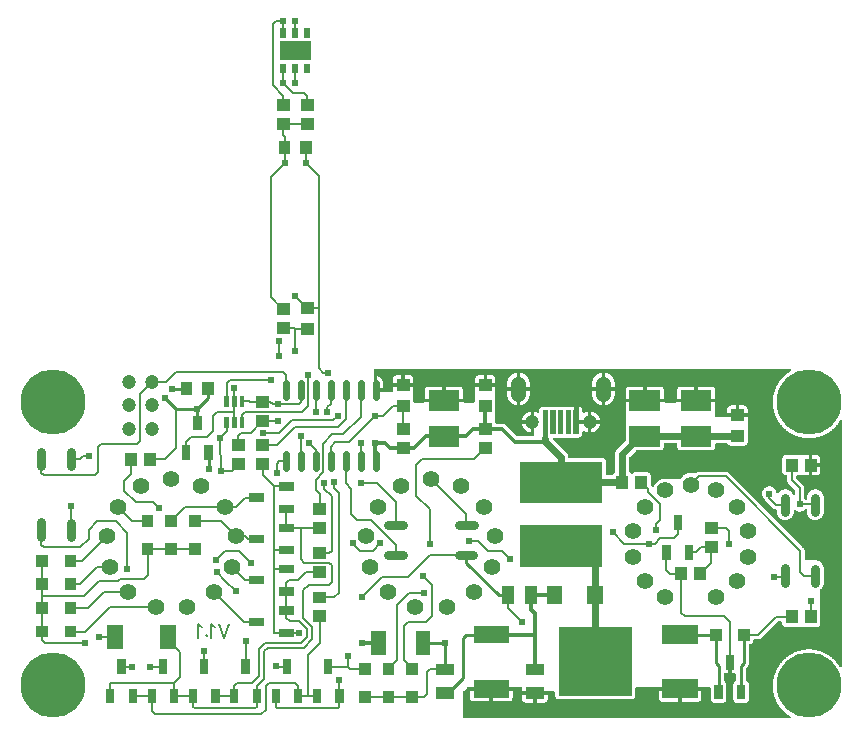
<source format=gbl>
G04 Layer: BottomLayer*
G04 EasyEDA v6.4.5, 2020-08-30T10:48:13+03:00*
G04 413a31d708cc4da382682e4194c4ac02,19ad15c176e44a5d96a851d9d78d95a1,10*
G04 Gerber Generator version 0.2*
G04 Scale: 100 percent, Rotated: No, Reflected: No *
G04 Dimensions in millimeters *
G04 leading zeros omitted , absolute positions ,3 integer and 3 decimal *
%FSLAX33Y33*%
%MOMM*%
G90*
G71D02*

%ADD10C,0.159995*%
%ADD11C,0.200000*%
%ADD12C,0.250012*%
%ADD13C,0.609600*%
%ADD14C,0.610006*%
%ADD21C,1.199998*%
%ADD22C,5.499989*%
%ADD23C,1.399997*%
%ADD24C,1.299997*%
%ADD25C,0.350012*%
%ADD26C,0.299999*%
%ADD27C,0.599999*%
%ADD28C,0.399999*%
%ADD29C,0.450012*%
%ADD30C,0.799998*%
%ADD31C,0.202997*%

%LPD*%
G36*
G01X65362Y29797D02*
G01X30301Y29797D01*
G01X30287Y29796D01*
G01X30273Y29793D01*
G01X30259Y29788D01*
G01X30246Y29781D01*
G01X30235Y29772D01*
G01X30224Y29762D01*
G01X30216Y29750D01*
G01X30209Y29738D01*
G01X30204Y29724D01*
G01X30201Y29710D01*
G01X30200Y29695D01*
G01X30200Y27951D01*
G01X30201Y27937D01*
G01X30204Y27922D01*
G01X30209Y27909D01*
G01X30216Y27896D01*
G01X30224Y27885D01*
G01X30235Y27874D01*
G01X30246Y27866D01*
G01X30259Y27859D01*
G01X30273Y27854D01*
G01X30287Y27851D01*
G01X30301Y27849D01*
G01X30358Y27849D01*
G01X30362Y27850D01*
G01X31009Y27850D01*
G01X31014Y27849D01*
G01X31695Y27849D01*
G01X31710Y27851D01*
G01X31724Y27854D01*
G01X31738Y27859D01*
G01X31750Y27866D01*
G01X31762Y27874D01*
G01X31772Y27885D01*
G01X31781Y27896D01*
G01X31788Y27909D01*
G01X31793Y27922D01*
G01X31796Y27937D01*
G01X31797Y27951D01*
G01X31797Y28300D01*
G01X32603Y28300D01*
G01X32601Y28299D01*
G01X32698Y28299D01*
G01X32702Y28300D01*
G01X33502Y28300D01*
G01X33502Y27950D01*
G01X33500Y27915D01*
G01X33499Y27903D01*
G01X33499Y27195D01*
G01X33500Y27183D01*
G01X33502Y27150D01*
G01X33502Y27051D01*
G01X33503Y27037D01*
G01X33506Y27022D01*
G01X33511Y27009D01*
G01X33518Y26996D01*
G01X33527Y26985D01*
G01X33537Y26974D01*
G01X33549Y26966D01*
G01X33561Y26959D01*
G01X33575Y26954D01*
G01X33589Y26951D01*
G01X33604Y26949D01*
G01X34395Y26949D01*
G01X34412Y26951D01*
G01X34428Y26955D01*
G01X36019Y26955D01*
G01X36035Y26951D01*
G01X36051Y26949D01*
G01X36148Y26949D01*
G01X36164Y26951D01*
G01X36180Y26955D01*
G01X37771Y26955D01*
G01X37787Y26951D01*
G01X37804Y26949D01*
G01X38645Y26949D01*
G01X38660Y26951D01*
G01X38674Y26954D01*
G01X38688Y26959D01*
G01X38700Y26966D01*
G01X38712Y26974D01*
G01X38722Y26985D01*
G01X38731Y26996D01*
G01X38738Y27009D01*
G01X38743Y27022D01*
G01X38746Y27037D01*
G01X38747Y27051D01*
G01X38747Y27149D01*
G01X38749Y27183D01*
G01X38749Y27916D01*
G01X38747Y27949D01*
G01X38747Y28299D01*
G01X38752Y28300D01*
G01X38749Y28299D01*
G01X40452Y28299D01*
G01X40452Y27949D01*
G01X40450Y27916D01*
G01X40449Y27904D01*
G01X40449Y27195D01*
G01X40450Y27184D01*
G01X40452Y27149D01*
G01X40452Y26149D01*
G01X40450Y26115D01*
G01X40449Y26104D01*
G01X40449Y25253D01*
G01X40450Y25239D01*
G01X40454Y25225D01*
G01X40459Y25211D01*
G01X40466Y25199D01*
G01X40474Y25187D01*
G01X40485Y25177D01*
G01X40496Y25168D01*
G01X40509Y25161D01*
G01X40522Y25156D01*
G01X40537Y25153D01*
G01X40551Y25152D01*
G01X41050Y25152D01*
G01X41082Y25151D01*
G01X41114Y25147D01*
G01X41146Y25142D01*
G01X41177Y25134D01*
G01X41208Y25123D01*
G01X41238Y25111D01*
G01X41266Y25097D01*
G01X41294Y25080D01*
G01X41321Y25062D01*
G01X41346Y25041D01*
G01X41370Y25019D01*
G01X42257Y24132D01*
G01X42269Y24121D01*
G01X42283Y24113D01*
G01X42298Y24107D01*
G01X42313Y24103D01*
G01X42329Y24102D01*
G01X43638Y24102D01*
G01X43652Y24103D01*
G01X43666Y24106D01*
G01X43680Y24111D01*
G01X43693Y24118D01*
G01X43704Y24127D01*
G01X43715Y24137D01*
G01X43723Y24149D01*
G01X43730Y24161D01*
G01X43735Y24175D01*
G01X43738Y24189D01*
G01X43739Y24204D01*
G01X43739Y26197D01*
G01X43786Y26187D01*
G01X43833Y26176D01*
G01X43879Y26161D01*
G01X43925Y26145D01*
G01X43969Y26125D01*
G01X44012Y26104D01*
G01X44028Y26097D01*
G01X44044Y26093D01*
G01X44060Y26092D01*
G01X44074Y26093D01*
G01X44089Y26096D01*
G01X44102Y26101D01*
G01X44115Y26108D01*
G01X44127Y26117D01*
G01X44137Y26127D01*
G01X44145Y26139D01*
G01X44152Y26151D01*
G01X44157Y26165D01*
G01X44161Y26179D01*
G01X44162Y26194D01*
G01X44162Y26292D01*
G01X44163Y26317D01*
G01X44166Y26342D01*
G01X44171Y26366D01*
G01X44178Y26390D01*
G01X44187Y26414D01*
G01X44198Y26436D01*
G01X44211Y26458D01*
G01X44225Y26478D01*
G01X44242Y26497D01*
G01X44259Y26515D01*
G01X44278Y26531D01*
G01X44299Y26545D01*
G01X44320Y26558D01*
G01X44343Y26569D01*
G01X44366Y26578D01*
G01X44390Y26585D01*
G01X44414Y26590D01*
G01X44439Y26594D01*
G01X44464Y26595D01*
G01X44914Y26595D01*
G01X44939Y26594D01*
G01X44964Y26590D01*
G01X44989Y26585D01*
G01X45014Y26582D01*
G01X45039Y26585D01*
G01X45064Y26590D01*
G01X45089Y26594D01*
G01X45114Y26595D01*
G01X45564Y26595D01*
G01X45589Y26594D01*
G01X45614Y26590D01*
G01X45639Y26585D01*
G01X45664Y26582D01*
G01X45689Y26585D01*
G01X45714Y26590D01*
G01X45739Y26594D01*
G01X45764Y26595D01*
G01X46214Y26595D01*
G01X46239Y26594D01*
G01X46264Y26590D01*
G01X46289Y26585D01*
G01X46314Y26582D01*
G01X46339Y26585D01*
G01X46364Y26590D01*
G01X46389Y26594D01*
G01X46414Y26595D01*
G01X46864Y26595D01*
G01X46889Y26594D01*
G01X46914Y26590D01*
G01X46939Y26585D01*
G01X46964Y26582D01*
G01X46989Y26585D01*
G01X47014Y26590D01*
G01X47039Y26594D01*
G01X47064Y26595D01*
G01X47139Y26595D01*
G01X47139Y26439D01*
G01X47141Y26420D01*
G01X47146Y26402D01*
G01X47155Y26375D01*
G01X47161Y26348D01*
G01X47165Y26320D01*
G01X47167Y26292D01*
G01X47167Y24401D01*
G01X47168Y24387D01*
G01X47171Y24372D01*
G01X47176Y24359D01*
G01X47183Y24346D01*
G01X47191Y24335D01*
G01X47202Y24324D01*
G01X47213Y24316D01*
G01X47226Y24309D01*
G01X47240Y24304D01*
G01X47254Y24301D01*
G01X47268Y24300D01*
G01X47337Y24300D01*
G01X47352Y24301D01*
G01X47366Y24304D01*
G01X47380Y24309D01*
G01X47392Y24316D01*
G01X47404Y24324D01*
G01X47414Y24335D01*
G01X47423Y24346D01*
G01X47430Y24359D01*
G01X47435Y24372D01*
G01X47438Y24387D01*
G01X47439Y24401D01*
G01X47439Y25142D01*
G01X47918Y25142D01*
G01X47937Y25144D01*
G01X47954Y25149D01*
G01X47971Y25157D01*
G01X48280Y25157D01*
G01X48280Y24417D01*
G01X48234Y24426D01*
G01X48188Y24438D01*
G01X48142Y24451D01*
G01X48098Y24468D01*
G01X48054Y24486D01*
G01X48012Y24507D01*
G01X47970Y24530D01*
G01X47954Y24538D01*
G01X47936Y24543D01*
G01X47918Y24545D01*
G01X47904Y24544D01*
G01X47890Y24541D01*
G01X47876Y24535D01*
G01X47863Y24529D01*
G01X47852Y24520D01*
G01X47841Y24510D01*
G01X47833Y24498D01*
G01X47826Y24485D01*
G01X47821Y24472D01*
G01X47818Y24458D01*
G01X47817Y24443D01*
G01X47817Y24292D01*
G01X47816Y24267D01*
G01X47813Y24242D01*
G01X47807Y24218D01*
G01X47800Y24194D01*
G01X47791Y24170D01*
G01X47780Y24148D01*
G01X47767Y24126D01*
G01X47752Y24106D01*
G01X47736Y24087D01*
G01X47718Y24069D01*
G01X47699Y24053D01*
G01X47679Y24038D01*
G01X47657Y24026D01*
G01X47635Y24015D01*
G01X47611Y24006D01*
G01X47587Y23999D01*
G01X47563Y23993D01*
G01X47538Y23990D01*
G01X47529Y23989D01*
G01X45446Y23989D01*
G01X45431Y23988D01*
G01X45417Y23985D01*
G01X45403Y23980D01*
G01X45391Y23973D01*
G01X45379Y23965D01*
G01X45369Y23954D01*
G01X45360Y23943D01*
G01X45353Y23930D01*
G01X45348Y23917D01*
G01X45345Y23902D01*
G01X45344Y23888D01*
G01X45345Y23872D01*
G01X45349Y23857D01*
G01X45355Y23842D01*
G01X45363Y23828D01*
G01X45374Y23816D01*
G01X46425Y22765D01*
G01X46449Y22739D01*
G01X46472Y22712D01*
G01X46493Y22684D01*
G01X46512Y22654D01*
G01X46530Y22623D01*
G01X46546Y22592D01*
G01X46560Y22559D01*
G01X46572Y22526D01*
G01X46582Y22492D01*
G01X46590Y22457D01*
G01X46596Y22422D01*
G01X46599Y22387D01*
G01X46601Y22352D01*
G01X46603Y22336D01*
G01X46607Y22321D01*
G01X46613Y22307D01*
G01X46621Y22293D01*
G01X46632Y22282D01*
G01X46644Y22271D01*
G01X46657Y22263D01*
G01X46672Y22257D01*
G01X46687Y22254D01*
G01X46703Y22253D01*
G01X49500Y22253D01*
G01X49525Y22252D01*
G01X49550Y22248D01*
G01X49574Y22243D01*
G01X49598Y22236D01*
G01X49622Y22227D01*
G01X49644Y22216D01*
G01X49666Y22203D01*
G01X49686Y22189D01*
G01X49705Y22173D01*
G01X49723Y22155D01*
G01X49739Y22136D01*
G01X49753Y22116D01*
G01X49766Y22094D01*
G01X49777Y22072D01*
G01X49786Y22048D01*
G01X49793Y22024D01*
G01X49798Y22000D01*
G01X49802Y21975D01*
G01X49803Y21950D01*
G01X49803Y20904D01*
G01X49804Y20890D01*
G01X49807Y20876D01*
G01X49812Y20862D01*
G01X49819Y20849D01*
G01X49827Y20838D01*
G01X49838Y20828D01*
G01X49849Y20819D01*
G01X49862Y20812D01*
G01X49876Y20807D01*
G01X49890Y20804D01*
G01X49904Y20803D01*
G01X50326Y20803D01*
G01X50341Y20804D01*
G01X50356Y20807D01*
G01X50370Y20812D01*
G01X50383Y20820D01*
G01X50394Y20829D01*
G01X50405Y20840D01*
G01X50413Y20852D01*
G01X50420Y20865D01*
G01X50432Y20891D01*
G01X50446Y20915D01*
G01X50463Y20938D01*
G01X50481Y20959D01*
G01X50501Y20978D01*
G01X50523Y20995D01*
G01X50559Y21019D01*
G01X50570Y21029D01*
G01X50580Y21041D01*
G01X50587Y21054D01*
G01X50593Y21068D01*
G01X50596Y21083D01*
G01X50597Y21098D01*
G01X50597Y22600D01*
G01X50598Y22636D01*
G01X50601Y22672D01*
G01X50607Y22708D01*
G01X50614Y22744D01*
G01X50624Y22779D01*
G01X50636Y22813D01*
G01X50650Y22847D01*
G01X50666Y22880D01*
G01X50684Y22911D01*
G01X50704Y22942D01*
G01X50725Y22971D01*
G01X50748Y22999D01*
G01X50773Y23026D01*
G01X51467Y23719D01*
G01X51478Y23731D01*
G01X51486Y23745D01*
G01X51492Y23760D01*
G01X51496Y23775D01*
G01X51497Y23791D01*
G01X51497Y25002D01*
G01X51499Y25036D01*
G01X51499Y26171D01*
G01X51497Y26205D01*
G01X51497Y26955D01*
G01X53019Y26955D01*
G01X53035Y26951D01*
G01X53051Y26949D01*
G01X53148Y26949D01*
G01X53164Y26951D01*
G01X53180Y26955D01*
G01X54771Y26955D01*
G01X54787Y26951D01*
G01X54803Y26949D01*
G01X55745Y26949D01*
G01X55762Y26951D01*
G01X55778Y26955D01*
G01X57369Y26955D01*
G01X57385Y26951D01*
G01X57401Y26949D01*
G01X57498Y26949D01*
G01X57514Y26951D01*
G01X57530Y26955D01*
G01X59052Y26955D01*
G01X59052Y26205D01*
G01X59050Y26172D01*
G01X59049Y26160D01*
G01X59049Y25851D01*
G01X59050Y25837D01*
G01X59054Y25822D01*
G01X59059Y25809D01*
G01X59066Y25796D01*
G01X59074Y25785D01*
G01X59084Y25774D01*
G01X59096Y25766D01*
G01X59109Y25759D01*
G01X59122Y25754D01*
G01X59137Y25751D01*
G01X59151Y25749D01*
G01X61802Y25749D01*
G01X61802Y25399D01*
G01X61800Y25366D01*
G01X61799Y25354D01*
G01X61799Y24646D01*
G01X61800Y24634D01*
G01X61802Y24599D01*
G01X61802Y23599D01*
G01X61801Y23574D01*
G01X61798Y23550D01*
G01X61793Y23525D01*
G01X61786Y23501D01*
G01X61777Y23478D01*
G01X61766Y23455D01*
G01X61753Y23434D01*
G01X61738Y23414D01*
G01X61722Y23395D01*
G01X61704Y23377D01*
G01X61685Y23361D01*
G01X61665Y23346D01*
G01X61643Y23333D01*
G01X61621Y23322D01*
G01X61598Y23313D01*
G01X61574Y23306D01*
G01X61549Y23301D01*
G01X61524Y23298D01*
G01X61500Y23297D01*
G01X60399Y23297D01*
G01X60373Y23298D01*
G01X60347Y23302D01*
G01X60322Y23307D01*
G01X60297Y23315D01*
G01X60272Y23325D01*
G01X60249Y23337D01*
G01X60227Y23351D01*
G01X60206Y23367D01*
G01X60186Y23385D01*
G01X60169Y23404D01*
G01X60153Y23425D01*
G01X60138Y23447D01*
G01X60130Y23459D01*
G01X60119Y23470D01*
G01X60108Y23480D01*
G01X60094Y23487D01*
G01X60080Y23493D01*
G01X60066Y23496D01*
G01X60051Y23497D01*
G01X59154Y23498D01*
G01X59153Y23498D01*
G01X59139Y23497D01*
G01X59125Y23494D01*
G01X59111Y23489D01*
G01X59099Y23482D01*
G01X59087Y23473D01*
G01X59077Y23463D01*
G01X59068Y23451D01*
G01X59061Y23438D01*
G01X59056Y23425D01*
G01X59053Y23411D01*
G01X59052Y23396D01*
G01X59052Y23203D01*
G01X59051Y23178D01*
G01X59048Y23153D01*
G01X59043Y23128D01*
G01X59035Y23104D01*
G01X59026Y23081D01*
G01X59015Y23059D01*
G01X59003Y23037D01*
G01X58988Y23017D01*
G01X58972Y22998D01*
G01X58954Y22980D01*
G01X58935Y22964D01*
G01X58915Y22949D01*
G01X58893Y22937D01*
G01X58871Y22926D01*
G01X58848Y22916D01*
G01X58824Y22909D01*
G01X58799Y22904D01*
G01X58774Y22901D01*
G01X58749Y22900D01*
G01X56149Y22900D01*
G01X56124Y22901D01*
G01X56100Y22904D01*
G01X56075Y22909D01*
G01X56051Y22916D01*
G01X56028Y22926D01*
G01X56005Y22937D01*
G01X55984Y22949D01*
G01X55964Y22964D01*
G01X55945Y22980D01*
G01X55927Y22998D01*
G01X55911Y23017D01*
G01X55896Y23037D01*
G01X55883Y23059D01*
G01X55872Y23081D01*
G01X55863Y23104D01*
G01X55856Y23128D01*
G01X55851Y23153D01*
G01X55848Y23178D01*
G01X55847Y23203D01*
G01X55847Y23397D01*
G01X55846Y23412D01*
G01X55843Y23426D01*
G01X55838Y23440D01*
G01X55831Y23452D01*
G01X55822Y23464D01*
G01X55812Y23474D01*
G01X55800Y23483D01*
G01X55788Y23490D01*
G01X55774Y23495D01*
G01X55760Y23498D01*
G01X55745Y23499D01*
G01X54803Y23499D01*
G01X54789Y23498D01*
G01X54775Y23495D01*
G01X54761Y23490D01*
G01X54749Y23483D01*
G01X54737Y23474D01*
G01X54727Y23464D01*
G01X54718Y23452D01*
G01X54711Y23440D01*
G01X54706Y23426D01*
G01X54703Y23412D01*
G01X54702Y23397D01*
G01X54702Y23203D01*
G01X54701Y23178D01*
G01X54698Y23153D01*
G01X54693Y23128D01*
G01X54685Y23104D01*
G01X54676Y23081D01*
G01X54665Y23059D01*
G01X54653Y23037D01*
G01X54638Y23017D01*
G01X54622Y22998D01*
G01X54604Y22980D01*
G01X54585Y22964D01*
G01X54565Y22949D01*
G01X54543Y22937D01*
G01X54521Y22926D01*
G01X54498Y22916D01*
G01X54474Y22909D01*
G01X54449Y22904D01*
G01X54424Y22901D01*
G01X54399Y22900D01*
G01X52394Y22900D01*
G01X52378Y22899D01*
G01X52363Y22895D01*
G01X52348Y22889D01*
G01X52334Y22881D01*
G01X52322Y22870D01*
G01X51832Y22380D01*
G01X51821Y22368D01*
G01X51813Y22354D01*
G01X51807Y22339D01*
G01X51803Y22324D01*
G01X51802Y22308D01*
G01X51802Y21098D01*
G01X51803Y21083D01*
G01X51806Y21068D01*
G01X51812Y21054D01*
G01X51819Y21041D01*
G01X51829Y21029D01*
G01X51840Y21019D01*
G01X51852Y21011D01*
G01X51878Y20994D01*
G01X51902Y20974D01*
G01X51924Y20952D01*
G01X51936Y20941D01*
G01X51951Y20931D01*
G01X51966Y20924D01*
G01X51983Y20920D01*
G01X51999Y20919D01*
G01X52016Y20920D01*
G01X52033Y20924D01*
G01X52048Y20931D01*
G01X52063Y20941D01*
G01X52075Y20952D01*
G01X52093Y20970D01*
G01X52112Y20987D01*
G01X52132Y21002D01*
G01X52154Y21015D01*
G01X52177Y21026D01*
G01X52200Y21035D01*
G01X52224Y21043D01*
G01X52249Y21048D01*
G01X52274Y21051D01*
G01X52299Y21052D01*
G01X53299Y21052D01*
G01X53324Y21051D01*
G01X53349Y21048D01*
G01X53374Y21043D01*
G01X53398Y21036D01*
G01X53421Y21027D01*
G01X53443Y21016D01*
G01X53465Y21003D01*
G01X53485Y20988D01*
G01X53504Y20972D01*
G01X53522Y20954D01*
G01X53538Y20935D01*
G01X53553Y20915D01*
G01X53566Y20893D01*
G01X53577Y20871D01*
G01X53586Y20848D01*
G01X53593Y20824D01*
G01X53598Y20799D01*
G01X53601Y20774D01*
G01X53602Y20749D01*
G01X53602Y19980D01*
G01X53603Y19964D01*
G01X53607Y19949D01*
G01X53613Y19934D01*
G01X53621Y19920D01*
G01X53632Y19908D01*
G01X53670Y19870D01*
G01X53691Y19847D01*
G01X53710Y19823D01*
G01X53720Y19810D01*
G01X53733Y19800D01*
G01X53746Y19792D01*
G01X53761Y19785D01*
G01X53777Y19782D01*
G01X53793Y19780D01*
G01X53808Y19782D01*
G01X53823Y19785D01*
G01X53838Y19791D01*
G01X53851Y19799D01*
G01X53863Y19809D01*
G01X53873Y19820D01*
G01X53882Y19833D01*
G01X53888Y19847D01*
G01X53905Y19889D01*
G01X53923Y19931D01*
G01X53943Y19972D01*
G01X53965Y20011D01*
G01X53989Y20050D01*
G01X54015Y20087D01*
G01X54042Y20124D01*
G01X54071Y20159D01*
G01X54101Y20192D01*
G01X54133Y20225D01*
G01X54166Y20255D01*
G01X54201Y20285D01*
G01X54237Y20312D01*
G01X54274Y20338D01*
G01X54312Y20363D01*
G01X54351Y20385D01*
G01X54392Y20406D01*
G01X54433Y20425D01*
G01X54475Y20442D01*
G01X54518Y20457D01*
G01X54561Y20470D01*
G01X54605Y20481D01*
G01X54650Y20490D01*
G01X54694Y20498D01*
G01X54739Y20503D01*
G01X54785Y20506D01*
G01X54830Y20507D01*
G01X54888Y20505D01*
G01X54946Y20500D01*
G01X56074Y20500D01*
G01X56088Y20501D01*
G01X56102Y20504D01*
G01X56116Y20509D01*
G01X56128Y20515D01*
G01X56140Y20524D01*
G01X56150Y20534D01*
G01X56159Y20546D01*
G01X56184Y20583D01*
G01X56212Y20619D01*
G01X56240Y20654D01*
G01X56271Y20688D01*
G01X56303Y20720D01*
G01X56336Y20751D01*
G01X56371Y20780D01*
G01X56407Y20808D01*
G01X56444Y20834D01*
G01X56482Y20858D01*
G01X56521Y20881D01*
G01X56562Y20901D01*
G01X56603Y20920D01*
G01X56645Y20937D01*
G01X56688Y20952D01*
G01X56731Y20965D01*
G01X56775Y20977D01*
G01X56819Y20986D01*
G01X56864Y20993D01*
G01X56909Y20998D01*
G01X56954Y21001D01*
G01X57000Y21002D01*
G01X57047Y21001D01*
G01X57094Y20998D01*
G01X57141Y20992D01*
G01X57188Y20984D01*
G01X57235Y20974D01*
G01X57281Y20962D01*
G01X57326Y20947D01*
G01X57342Y20943D01*
G01X57359Y20942D01*
G01X57375Y20943D01*
G01X57390Y20947D01*
G01X57405Y20953D01*
G01X57418Y20961D01*
G01X57430Y20971D01*
G01X57452Y20991D01*
G01X57476Y21010D01*
G01X57501Y21026D01*
G01X57527Y21041D01*
G01X57554Y21053D01*
G01X57582Y21064D01*
G01X57611Y21072D01*
G01X57640Y21077D01*
G01X57670Y21081D01*
G01X57700Y21082D01*
G01X59949Y21082D01*
G01X59979Y21081D01*
G01X60009Y21077D01*
G01X60039Y21071D01*
G01X60068Y21063D01*
G01X60096Y21053D01*
G01X60123Y21040D01*
G01X60149Y21026D01*
G01X60174Y21009D01*
G01X60198Y20990D01*
G01X60220Y20970D01*
G01X66520Y14670D01*
G01X66540Y14648D01*
G01X66559Y14624D01*
G01X66576Y14599D01*
G01X66590Y14573D01*
G01X66603Y14546D01*
G01X66613Y14518D01*
G01X66621Y14489D01*
G01X66627Y14459D01*
G01X66631Y14430D01*
G01X66632Y14400D01*
G01X66632Y13701D01*
G01X66633Y13687D01*
G01X66636Y13672D01*
G01X66641Y13659D01*
G01X66648Y13646D01*
G01X66657Y13635D01*
G01X66667Y13624D01*
G01X66679Y13616D01*
G01X66691Y13609D01*
G01X66705Y13604D01*
G01X66719Y13601D01*
G01X66733Y13600D01*
G01X67549Y13599D01*
G01X67564Y13595D01*
G01X67580Y13593D01*
G01X67618Y13590D01*
G01X67655Y13585D01*
G01X67693Y13578D01*
G01X67730Y13568D01*
G01X67766Y13557D01*
G01X67802Y13544D01*
G01X67837Y13529D01*
G01X67871Y13512D01*
G01X67904Y13494D01*
G01X67936Y13473D01*
G01X67967Y13451D01*
G01X67997Y13427D01*
G01X68025Y13402D01*
G01X68052Y13375D01*
G01X68077Y13346D01*
G01X68101Y13317D01*
G01X68123Y13286D01*
G01X68144Y13254D01*
G01X68163Y13221D01*
G01X68180Y13187D01*
G01X68195Y13152D01*
G01X68208Y13116D01*
G01X68219Y13080D01*
G01X68228Y13043D01*
G01X68235Y13005D01*
G01X68240Y12967D01*
G01X68244Y12930D01*
G01X68245Y12892D01*
G01X68245Y11693D01*
G01X68244Y11654D01*
G01X68240Y11616D01*
G01X68235Y11577D01*
G01X68227Y11539D01*
G01X68218Y11501D01*
G01X68206Y11464D01*
G01X68193Y11428D01*
G01X68177Y11392D01*
G01X68159Y11357D01*
G01X68140Y11324D01*
G01X68118Y11291D01*
G01X68095Y11260D01*
G01X68070Y11230D01*
G01X68044Y11202D01*
G01X68016Y11175D01*
G01X67987Y11149D01*
G01X67976Y11139D01*
G01X67967Y11127D01*
G01X67959Y11114D01*
G01X67954Y11100D01*
G01X67950Y11085D01*
G01X67949Y11070D01*
G01X67949Y9401D01*
G01X67950Y9388D01*
G01X67952Y9351D01*
G01X67952Y8251D01*
G01X67951Y8226D01*
G01X67948Y8201D01*
G01X67943Y8176D01*
G01X67936Y8152D01*
G01X67927Y8129D01*
G01X67916Y8107D01*
G01X67903Y8085D01*
G01X67889Y8065D01*
G01X67873Y8046D01*
G01X67855Y8028D01*
G01X67836Y8012D01*
G01X67815Y7997D01*
G01X67794Y7985D01*
G01X67771Y7974D01*
G01X67748Y7965D01*
G01X67724Y7957D01*
G01X67700Y7952D01*
G01X67675Y7949D01*
G01X67650Y7948D01*
G01X66650Y7948D01*
G01X66625Y7949D01*
G01X66616Y7950D01*
G01X66084Y7950D01*
G01X66075Y7949D01*
G01X66050Y7948D01*
G01X65050Y7948D01*
G01X65025Y7949D01*
G01X65000Y7952D01*
G01X64976Y7957D01*
G01X64952Y7965D01*
G01X64929Y7974D01*
G01X64906Y7985D01*
G01X64885Y7997D01*
G01X64864Y8012D01*
G01X64845Y8028D01*
G01X64828Y8046D01*
G01X64811Y8065D01*
G01X64797Y8085D01*
G01X64784Y8107D01*
G01X64773Y8129D01*
G01X64764Y8152D01*
G01X64757Y8176D01*
G01X64752Y8201D01*
G01X64749Y8226D01*
G01X64748Y8251D01*
G01X64748Y8317D01*
G01X64747Y8331D01*
G01X64744Y8345D01*
G01X64738Y8359D01*
G01X64732Y8371D01*
G01X64723Y8383D01*
G01X64713Y8393D01*
G01X64701Y8402D01*
G01X64688Y8409D01*
G01X64675Y8414D01*
G01X64661Y8417D01*
G01X64646Y8418D01*
G01X64401Y8418D01*
G01X64385Y8417D01*
G01X64370Y8413D01*
G01X64355Y8407D01*
G01X64341Y8399D01*
G01X64329Y8388D01*
G01X62970Y7029D01*
G01X62948Y7009D01*
G01X62924Y6990D01*
G01X62899Y6973D01*
G01X62873Y6959D01*
G01X62846Y6946D01*
G01X62818Y6936D01*
G01X62789Y6928D01*
G01X62759Y6922D01*
G01X62729Y6918D01*
G01X62699Y6917D01*
G01X62404Y6917D01*
G01X62389Y6916D01*
G01X62375Y6913D01*
G01X62361Y6908D01*
G01X62349Y6901D01*
G01X62337Y6892D01*
G01X62327Y6882D01*
G01X62318Y6870D01*
G01X62311Y6858D01*
G01X62306Y6844D01*
G01X62303Y6830D01*
G01X62302Y6815D01*
G01X62302Y6800D01*
G01X62301Y6774D01*
G01X62298Y6749D01*
G01X62292Y6725D01*
G01X62285Y6700D01*
G01X62276Y6677D01*
G01X62265Y6654D01*
G01X62252Y6633D01*
G01X62237Y6612D01*
G01X62221Y6593D01*
G01X62203Y6575D01*
G01X62183Y6559D01*
G01X62162Y6545D01*
G01X62141Y6532D01*
G01X62118Y6521D01*
G01X62094Y6512D01*
G01X62070Y6505D01*
G01X62045Y6501D01*
G01X62020Y6498D01*
G01X62005Y6496D01*
G01X61990Y6491D01*
G01X61977Y6485D01*
G01X61964Y6476D01*
G01X61953Y6466D01*
G01X61943Y6454D01*
G01X61936Y6441D01*
G01X61930Y6426D01*
G01X61927Y6412D01*
G01X61926Y6396D01*
G01X61926Y4899D01*
G01X61924Y4869D01*
G01X61921Y4838D01*
G01X61916Y4808D01*
G01X61908Y4779D01*
G01X61899Y4750D01*
G01X61887Y4722D01*
G01X61873Y4694D01*
G01X61858Y4668D01*
G01X61840Y4643D01*
G01X61821Y4619D01*
G01X61800Y4597D01*
G01X61706Y4503D01*
G01X61696Y4491D01*
G01X61688Y4477D01*
G01X61682Y4463D01*
G01X61678Y4447D01*
G01X61677Y4431D01*
G01X61677Y3437D01*
G01X61678Y3421D01*
G01X61682Y3406D01*
G01X61688Y3391D01*
G01X61696Y3377D01*
G01X61707Y3365D01*
G01X61719Y3354D01*
G01X61733Y3346D01*
G01X61756Y3334D01*
G01X61777Y3319D01*
G01X61798Y3303D01*
G01X61817Y3285D01*
G01X61834Y3266D01*
G01X61849Y3245D01*
G01X61863Y3223D01*
G01X61875Y3200D01*
G01X61884Y3176D01*
G01X61892Y3152D01*
G01X61897Y3126D01*
G01X61901Y3101D01*
G01X61902Y3075D01*
G01X61902Y1825D01*
G01X61901Y1800D01*
G01X61898Y1775D01*
G01X61893Y1751D01*
G01X61886Y1727D01*
G01X61876Y1703D01*
G01X61865Y1681D01*
G01X61853Y1659D01*
G01X61838Y1639D01*
G01X61822Y1620D01*
G01X61804Y1602D01*
G01X61785Y1586D01*
G01X61765Y1572D01*
G01X61743Y1559D01*
G01X61721Y1548D01*
G01X61698Y1539D01*
G01X61674Y1532D01*
G01X61649Y1526D01*
G01X61624Y1523D01*
G01X61599Y1522D01*
G01X60899Y1522D01*
G01X60874Y1523D01*
G01X60850Y1526D01*
G01X60825Y1532D01*
G01X60801Y1539D01*
G01X60778Y1548D01*
G01X60755Y1559D01*
G01X60734Y1572D01*
G01X60714Y1586D01*
G01X60694Y1602D01*
G01X60677Y1620D01*
G01X60661Y1639D01*
G01X60646Y1659D01*
G01X60633Y1681D01*
G01X60622Y1703D01*
G01X60613Y1727D01*
G01X60606Y1751D01*
G01X60601Y1775D01*
G01X60598Y1800D01*
G01X60597Y1825D01*
G01X60597Y3075D01*
G01X60598Y3101D01*
G01X60601Y3126D01*
G01X60607Y3152D01*
G01X60614Y3176D01*
G01X60624Y3200D01*
G01X60636Y3223D01*
G01X60649Y3245D01*
G01X60665Y3266D01*
G01X60682Y3285D01*
G01X60701Y3303D01*
G01X60721Y3319D01*
G01X60742Y3334D01*
G01X60765Y3346D01*
G01X60779Y3354D01*
G01X60791Y3365D01*
G01X60802Y3377D01*
G01X60810Y3390D01*
G01X60816Y3405D01*
G01X60820Y3421D01*
G01X60822Y3437D01*
G01X60822Y3926D01*
G01X60821Y3941D01*
G01X60817Y3955D01*
G01X60812Y3969D01*
G01X60805Y3981D01*
G01X60797Y3993D01*
G01X60786Y4003D01*
G01X60775Y4012D01*
G01X60762Y4019D01*
G01X60749Y4024D01*
G01X60734Y4027D01*
G01X60720Y4028D01*
G01X60702Y4026D01*
G01X60676Y4023D01*
G01X60649Y4022D01*
G01X60449Y4022D01*
G01X60449Y4698D01*
G01X60448Y4712D01*
G01X60445Y4727D01*
G01X60440Y4740D01*
G01X60433Y4753D01*
G01X60425Y4764D01*
G01X60414Y4775D01*
G01X60403Y4783D01*
G01X60390Y4790D01*
G01X60376Y4795D01*
G01X60362Y4798D01*
G01X60348Y4800D01*
G01X60251Y4800D01*
G01X60237Y4798D01*
G01X60222Y4795D01*
G01X60209Y4790D01*
G01X60196Y4783D01*
G01X60184Y4775D01*
G01X60174Y4764D01*
G01X60166Y4753D01*
G01X60159Y4740D01*
G01X60154Y4727D01*
G01X60150Y4712D01*
G01X60149Y4698D01*
G01X60149Y4022D01*
G01X59949Y4022D01*
G01X59923Y4023D01*
G01X59878Y4028D01*
G01X59864Y4027D01*
G01X59850Y4024D01*
G01X59836Y4019D01*
G01X59823Y4012D01*
G01X59812Y4003D01*
G01X59801Y3993D01*
G01X59793Y3981D01*
G01X59786Y3969D01*
G01X59781Y3955D01*
G01X59778Y3941D01*
G01X59777Y3926D01*
G01X59777Y3437D01*
G01X59778Y3421D01*
G01X59782Y3406D01*
G01X59788Y3391D01*
G01X59797Y3377D01*
G01X59807Y3365D01*
G01X59819Y3354D01*
G01X59833Y3346D01*
G01X59856Y3334D01*
G01X59878Y3319D01*
G01X59898Y3303D01*
G01X59917Y3285D01*
G01X59934Y3266D01*
G01X59949Y3245D01*
G01X59963Y3223D01*
G01X59975Y3200D01*
G01X59984Y3176D01*
G01X59992Y3152D01*
G01X59998Y3126D01*
G01X60001Y3101D01*
G01X60002Y3075D01*
G01X60002Y1825D01*
G01X60001Y1800D01*
G01X59998Y1775D01*
G01X59993Y1751D01*
G01X59986Y1727D01*
G01X59976Y1703D01*
G01X59966Y1681D01*
G01X59953Y1659D01*
G01X59938Y1639D01*
G01X59922Y1620D01*
G01X59904Y1602D01*
G01X59885Y1586D01*
G01X59865Y1572D01*
G01X59843Y1559D01*
G01X59821Y1548D01*
G01X59798Y1539D01*
G01X59774Y1532D01*
G01X59749Y1526D01*
G01X59724Y1523D01*
G01X59699Y1522D01*
G01X58999Y1522D01*
G01X58974Y1523D01*
G01X58950Y1526D01*
G01X58925Y1532D01*
G01X58901Y1539D01*
G01X58878Y1548D01*
G01X58855Y1559D01*
G01X58834Y1572D01*
G01X58814Y1586D01*
G01X58795Y1602D01*
G01X58777Y1620D01*
G01X58761Y1639D01*
G01X58746Y1659D01*
G01X58733Y1681D01*
G01X58722Y1703D01*
G01X58713Y1727D01*
G01X58706Y1751D01*
G01X58701Y1775D01*
G01X58698Y1800D01*
G01X58697Y1825D01*
G01X58697Y2748D01*
G01X58696Y2762D01*
G01X58693Y2777D01*
G01X58688Y2790D01*
G01X58681Y2803D01*
G01X58672Y2814D01*
G01X58662Y2825D01*
G01X58650Y2833D01*
G01X58638Y2840D01*
G01X58624Y2845D01*
G01X58610Y2848D01*
G01X58595Y2850D01*
G01X52414Y2850D01*
G01X52399Y2848D01*
G01X52385Y2845D01*
G01X52371Y2840D01*
G01X52359Y2833D01*
G01X52347Y2825D01*
G01X52337Y2814D01*
G01X52328Y2803D01*
G01X52321Y2790D01*
G01X52316Y2777D01*
G01X52313Y2762D01*
G01X52312Y2748D01*
G01X52312Y2125D01*
G01X52311Y2100D01*
G01X52308Y2075D01*
G01X52303Y2051D01*
G01X52296Y2027D01*
G01X52287Y2003D01*
G01X52276Y1981D01*
G01X52263Y1960D01*
G01X52248Y1939D01*
G01X52232Y1920D01*
G01X52214Y1902D01*
G01X52195Y1886D01*
G01X52175Y1872D01*
G01X52154Y1859D01*
G01X52131Y1848D01*
G01X52108Y1839D01*
G01X52084Y1832D01*
G01X52059Y1827D01*
G01X52035Y1823D01*
G01X52010Y1822D01*
G01X45809Y1822D01*
G01X45784Y1823D01*
G01X45760Y1827D01*
G01X45735Y1832D01*
G01X45711Y1839D01*
G01X45688Y1848D01*
G01X45665Y1859D01*
G01X45644Y1872D01*
G01X45624Y1886D01*
G01X45605Y1902D01*
G01X45587Y1920D01*
G01X45571Y1939D01*
G01X45556Y1960D01*
G01X45543Y1981D01*
G01X45532Y2003D01*
G01X45523Y2027D01*
G01X45516Y2051D01*
G01X45511Y2075D01*
G01X45508Y2100D01*
G01X45507Y2125D01*
G01X45507Y2398D01*
G01X45506Y2412D01*
G01X45503Y2427D01*
G01X45498Y2440D01*
G01X45491Y2453D01*
G01X45482Y2464D01*
G01X45472Y2475D01*
G01X45460Y2483D01*
G01X45448Y2490D01*
G01X45434Y2495D01*
G01X45420Y2499D01*
G01X45405Y2500D01*
G01X42721Y2500D01*
G01X42721Y2748D01*
G01X42720Y2762D01*
G01X42717Y2776D01*
G01X42712Y2790D01*
G01X42705Y2803D01*
G01X42696Y2814D01*
G01X42686Y2825D01*
G01X42674Y2833D01*
G01X42662Y2840D01*
G01X42648Y2845D01*
G01X42634Y2848D01*
G01X42619Y2849D01*
G01X42004Y2849D01*
G01X41988Y2848D01*
G01X41972Y2845D01*
G01X40179Y2845D01*
G01X40164Y2848D01*
G01X40148Y2849D01*
G01X40051Y2849D01*
G01X40035Y2848D01*
G01X40020Y2845D01*
G01X38227Y2845D01*
G01X38211Y2848D01*
G01X38195Y2849D01*
G01X38121Y2849D01*
G01X38105Y2848D01*
G01X38090Y2844D01*
G01X38075Y2838D01*
G01X38062Y2830D01*
G01X38050Y2820D01*
G01X37779Y2549D01*
G01X37769Y2537D01*
G01X37761Y2524D01*
G01X37754Y2509D01*
G01X37751Y2493D01*
G01X37749Y2477D01*
G01X37749Y304D01*
G01X37750Y289D01*
G01X37754Y275D01*
G01X37759Y261D01*
G01X37766Y249D01*
G01X37774Y237D01*
G01X37785Y227D01*
G01X37796Y218D01*
G01X37809Y211D01*
G01X37822Y206D01*
G01X37837Y203D01*
G01X37851Y202D01*
G01X65362Y202D01*
G01X65377Y203D01*
G01X65391Y206D01*
G01X65405Y211D01*
G01X65417Y218D01*
G01X65429Y227D01*
G01X65439Y237D01*
G01X65448Y249D01*
G01X65455Y261D01*
G01X65460Y275D01*
G01X65463Y289D01*
G01X65464Y304D01*
G01X65463Y318D01*
G01X65460Y333D01*
G01X65454Y347D01*
G01X65447Y360D01*
G01X65438Y371D01*
G01X65427Y382D01*
G01X65415Y390D01*
G01X65347Y433D01*
G01X65280Y477D01*
G01X65215Y523D01*
G01X65150Y571D01*
G01X65087Y621D01*
G01X65025Y672D01*
G01X64965Y724D01*
G01X64905Y779D01*
G01X64848Y834D01*
G01X64792Y892D01*
G01X64737Y950D01*
G01X64684Y1011D01*
G01X64632Y1072D01*
G01X64583Y1135D01*
G01X64534Y1199D01*
G01X64488Y1265D01*
G01X64443Y1331D01*
G01X64400Y1399D01*
G01X64359Y1468D01*
G01X64320Y1538D01*
G01X64282Y1609D01*
G01X64247Y1680D01*
G01X64213Y1753D01*
G01X64181Y1827D01*
G01X64151Y1901D01*
G01X64123Y1977D01*
G01X64098Y2053D01*
G01X64074Y2129D01*
G01X64052Y2206D01*
G01X64032Y2284D01*
G01X64014Y2362D01*
G01X63999Y2441D01*
G01X63985Y2520D01*
G01X63973Y2599D01*
G01X63964Y2679D01*
G01X63956Y2759D01*
G01X63951Y2839D01*
G01X63948Y2919D01*
G01X63947Y2999D01*
G01X63948Y3079D01*
G01X63951Y3159D01*
G01X63956Y3239D01*
G01X63964Y3319D01*
G01X63973Y3398D01*
G01X63985Y3477D01*
G01X63998Y3556D01*
G01X64014Y3634D01*
G01X64031Y3712D01*
G01X64051Y3790D01*
G01X64073Y3866D01*
G01X64096Y3943D01*
G01X64122Y4018D01*
G01X64150Y4093D01*
G01X64179Y4168D01*
G01X64211Y4241D01*
G01X64244Y4314D01*
G01X64280Y4385D01*
G01X64317Y4456D01*
G01X64356Y4526D01*
G01X64397Y4594D01*
G01X64439Y4662D01*
G01X64484Y4728D01*
G01X64530Y4794D01*
G01X64578Y4858D01*
G01X64627Y4920D01*
G01X64678Y4982D01*
G01X64731Y5042D01*
G01X64785Y5101D01*
G01X64841Y5158D01*
G01X64898Y5214D01*
G01X64957Y5268D01*
G01X65017Y5321D01*
G01X65079Y5372D01*
G01X65141Y5421D01*
G01X65205Y5469D01*
G01X65271Y5515D01*
G01X65337Y5560D01*
G01X65405Y5602D01*
G01X65473Y5643D01*
G01X65543Y5682D01*
G01X65614Y5719D01*
G01X65685Y5755D01*
G01X65758Y5788D01*
G01X65831Y5820D01*
G01X65906Y5849D01*
G01X65981Y5877D01*
G01X66056Y5903D01*
G01X66133Y5926D01*
G01X66209Y5948D01*
G01X66287Y5968D01*
G01X66365Y5985D01*
G01X66443Y6001D01*
G01X66522Y6014D01*
G01X66601Y6026D01*
G01X66680Y6035D01*
G01X66760Y6043D01*
G01X66840Y6048D01*
G01X66920Y6051D01*
G01X67000Y6052D01*
G01X67080Y6051D01*
G01X67160Y6048D01*
G01X67240Y6043D01*
G01X67320Y6035D01*
G01X67399Y6026D01*
G01X67479Y6014D01*
G01X67558Y6001D01*
G01X67637Y5985D01*
G01X67715Y5967D01*
G01X67793Y5947D01*
G01X67870Y5925D01*
G01X67946Y5901D01*
G01X68022Y5876D01*
G01X68097Y5848D01*
G01X68172Y5818D01*
G01X68246Y5786D01*
G01X68318Y5752D01*
G01X68390Y5717D01*
G01X68461Y5679D01*
G01X68531Y5640D01*
G01X68600Y5599D01*
G01X68668Y5556D01*
G01X68734Y5511D01*
G01X68800Y5465D01*
G01X68864Y5417D01*
G01X68927Y5367D01*
G01X68988Y5315D01*
G01X69048Y5262D01*
G01X69107Y5208D01*
G01X69165Y5151D01*
G01X69220Y5094D01*
G01X69275Y5035D01*
G01X69327Y4974D01*
G01X69378Y4912D01*
G01X69428Y4849D01*
G01X69476Y4785D01*
G01X69522Y4719D01*
G01X69566Y4652D01*
G01X69608Y4584D01*
G01X69617Y4572D01*
G01X69627Y4561D01*
G01X69639Y4552D01*
G01X69652Y4545D01*
G01X69666Y4540D01*
G01X69680Y4536D01*
G01X69695Y4535D01*
G01X69710Y4536D01*
G01X69724Y4539D01*
G01X69738Y4544D01*
G01X69750Y4551D01*
G01X69762Y4560D01*
G01X69772Y4570D01*
G01X69781Y4582D01*
G01X69788Y4595D01*
G01X69793Y4608D01*
G01X69796Y4622D01*
G01X69797Y4637D01*
G01X69797Y25362D01*
G01X69796Y25377D01*
G01X69793Y25391D01*
G01X69788Y25404D01*
G01X69781Y25417D01*
G01X69772Y25429D01*
G01X69762Y25439D01*
G01X69750Y25448D01*
G01X69738Y25455D01*
G01X69724Y25460D01*
G01X69710Y25463D01*
G01X69695Y25464D01*
G01X69680Y25463D01*
G01X69666Y25459D01*
G01X69652Y25454D01*
G01X69639Y25447D01*
G01X69627Y25438D01*
G01X69617Y25427D01*
G01X69608Y25415D01*
G01X69566Y25347D01*
G01X69522Y25280D01*
G01X69476Y25214D01*
G01X69428Y25150D01*
G01X69378Y25087D01*
G01X69327Y25025D01*
G01X69275Y24964D01*
G01X69220Y24905D01*
G01X69165Y24848D01*
G01X69107Y24791D01*
G01X69048Y24737D01*
G01X68988Y24684D01*
G01X68927Y24632D01*
G01X68864Y24583D01*
G01X68800Y24534D01*
G01X68734Y24488D01*
G01X68668Y24443D01*
G01X68600Y24400D01*
G01X68531Y24359D01*
G01X68461Y24320D01*
G01X68390Y24282D01*
G01X68318Y24247D01*
G01X68246Y24213D01*
G01X68172Y24181D01*
G01X68097Y24151D01*
G01X68022Y24123D01*
G01X67946Y24098D01*
G01X67870Y24074D01*
G01X67793Y24052D01*
G01X67715Y24032D01*
G01X67637Y24014D01*
G01X67558Y23998D01*
G01X67479Y23985D01*
G01X67399Y23973D01*
G01X67320Y23964D01*
G01X67240Y23956D01*
G01X67160Y23951D01*
G01X67080Y23948D01*
G01X66999Y23947D01*
G01X66920Y23948D01*
G01X66840Y23951D01*
G01X66760Y23956D01*
G01X66680Y23964D01*
G01X66601Y23973D01*
G01X66522Y23985D01*
G01X66443Y23998D01*
G01X66365Y24014D01*
G01X66287Y24031D01*
G01X66209Y24051D01*
G01X66133Y24073D01*
G01X66056Y24096D01*
G01X65981Y24122D01*
G01X65906Y24150D01*
G01X65831Y24179D01*
G01X65758Y24211D01*
G01X65685Y24244D01*
G01X65614Y24280D01*
G01X65543Y24317D01*
G01X65473Y24356D01*
G01X65405Y24397D01*
G01X65337Y24439D01*
G01X65271Y24484D01*
G01X65205Y24530D01*
G01X65141Y24578D01*
G01X65078Y24627D01*
G01X65017Y24678D01*
G01X64957Y24731D01*
G01X64898Y24785D01*
G01X64841Y24841D01*
G01X64785Y24898D01*
G01X64731Y24957D01*
G01X64678Y25017D01*
G01X64627Y25078D01*
G01X64578Y25141D01*
G01X64530Y25205D01*
G01X64484Y25271D01*
G01X64439Y25337D01*
G01X64397Y25405D01*
G01X64356Y25473D01*
G01X64317Y25543D01*
G01X64280Y25614D01*
G01X64244Y25685D01*
G01X64211Y25758D01*
G01X64179Y25831D01*
G01X64150Y25906D01*
G01X64122Y25981D01*
G01X64096Y26056D01*
G01X64073Y26133D01*
G01X64051Y26209D01*
G01X64031Y26287D01*
G01X64014Y26365D01*
G01X63998Y26443D01*
G01X63985Y26522D01*
G01X63973Y26601D01*
G01X63964Y26680D01*
G01X63956Y26760D01*
G01X63951Y26840D01*
G01X63948Y26920D01*
G01X63947Y26999D01*
G01X63948Y27080D01*
G01X63951Y27160D01*
G01X63956Y27240D01*
G01X63964Y27320D01*
G01X63973Y27399D01*
G01X63985Y27479D01*
G01X63999Y27558D01*
G01X64014Y27637D01*
G01X64032Y27715D01*
G01X64052Y27793D01*
G01X64074Y27870D01*
G01X64098Y27946D01*
G01X64123Y28022D01*
G01X64151Y28098D01*
G01X64181Y28172D01*
G01X64213Y28246D01*
G01X64247Y28318D01*
G01X64282Y28390D01*
G01X64320Y28461D01*
G01X64359Y28531D01*
G01X64400Y28600D01*
G01X64443Y28668D01*
G01X64488Y28734D01*
G01X64534Y28800D01*
G01X64583Y28864D01*
G01X64632Y28927D01*
G01X64684Y28988D01*
G01X64737Y29049D01*
G01X64792Y29107D01*
G01X64848Y29165D01*
G01X64905Y29220D01*
G01X64964Y29275D01*
G01X65025Y29327D01*
G01X65087Y29378D01*
G01X65150Y29428D01*
G01X65214Y29476D01*
G01X65280Y29522D01*
G01X65347Y29566D01*
G01X65415Y29609D01*
G01X65427Y29617D01*
G01X65438Y29628D01*
G01X65447Y29639D01*
G01X65454Y29652D01*
G01X65460Y29666D01*
G01X65463Y29681D01*
G01X65464Y29695D01*
G01X65463Y29710D01*
G01X65460Y29724D01*
G01X65455Y29738D01*
G01X65448Y29750D01*
G01X65439Y29762D01*
G01X65429Y29772D01*
G01X65417Y29781D01*
G01X65405Y29788D01*
G01X65391Y29793D01*
G01X65377Y29796D01*
G01X65362Y29797D01*
G37*

%LPC*%
G36*
G01X66050Y22503D02*
G01X65050Y22503D01*
G01X65025Y22502D01*
G01X65000Y22499D01*
G01X64976Y22494D01*
G01X64952Y22487D01*
G01X64929Y22478D01*
G01X64906Y22467D01*
G01X64885Y22454D01*
G01X64864Y22439D01*
G01X64845Y22423D01*
G01X64828Y22406D01*
G01X64811Y22386D01*
G01X64797Y22366D01*
G01X64784Y22345D01*
G01X64773Y22322D01*
G01X64764Y22299D01*
G01X64757Y22275D01*
G01X64752Y22250D01*
G01X64749Y22226D01*
G01X64748Y22201D01*
G01X64748Y21101D01*
G01X64749Y21076D01*
G01X64752Y21051D01*
G01X64757Y21026D01*
G01X64764Y21002D01*
G01X64773Y20979D01*
G01X64784Y20957D01*
G01X64797Y20935D01*
G01X64811Y20915D01*
G01X64828Y20896D01*
G01X64845Y20878D01*
G01X64864Y20862D01*
G01X64885Y20847D01*
G01X64906Y20835D01*
G01X64929Y20824D01*
G01X64952Y20814D01*
G01X64976Y20807D01*
G01X65000Y20802D01*
G01X65025Y20799D01*
G01X65050Y20798D01*
G01X65065Y20798D01*
G01X65080Y20797D01*
G01X65094Y20794D01*
G01X65107Y20789D01*
G01X65120Y20782D01*
G01X65132Y20773D01*
G01X65142Y20763D01*
G01X65151Y20751D01*
G01X65158Y20739D01*
G01X65163Y20725D01*
G01X65166Y20711D01*
G01X65167Y20696D01*
G01X65167Y20350D01*
G01X65168Y20320D01*
G01X65171Y20290D01*
G01X65177Y20261D01*
G01X65186Y20232D01*
G01X65196Y20204D01*
G01X65208Y20176D01*
G01X65223Y20150D01*
G01X65240Y20125D01*
G01X65258Y20102D01*
G01X65279Y20080D01*
G01X65808Y19551D01*
G01X65818Y19539D01*
G01X65826Y19525D01*
G01X65832Y19510D01*
G01X65836Y19495D01*
G01X65837Y19479D01*
G01X65837Y19222D01*
G01X65836Y19208D01*
G01X65833Y19193D01*
G01X65828Y19180D01*
G01X65821Y19167D01*
G01X65813Y19155D01*
G01X65802Y19145D01*
G01X65791Y19137D01*
G01X65778Y19130D01*
G01X65764Y19125D01*
G01X65750Y19121D01*
G01X65736Y19120D01*
G01X65721Y19121D01*
G01X65707Y19125D01*
G01X65693Y19130D01*
G01X65680Y19137D01*
G01X65668Y19146D01*
G01X65658Y19156D01*
G01X65650Y19168D01*
G01X65643Y19181D01*
G01X65626Y19216D01*
G01X65608Y19250D01*
G01X65587Y19283D01*
G01X65565Y19315D01*
G01X65542Y19345D01*
G01X65516Y19375D01*
G01X65489Y19402D01*
G01X65461Y19429D01*
G01X65431Y19453D01*
G01X65400Y19476D01*
G01X65367Y19497D01*
G01X65334Y19517D01*
G01X65299Y19534D01*
G01X65264Y19550D01*
G01X65228Y19563D01*
G01X65191Y19575D01*
G01X65153Y19584D01*
G01X65115Y19592D01*
G01X65077Y19597D01*
G01X65038Y19600D01*
G01X64999Y19601D01*
G01X64960Y19600D01*
G01X64922Y19597D01*
G01X64883Y19591D01*
G01X64845Y19584D01*
G01X64807Y19574D01*
G01X64770Y19563D01*
G01X64733Y19549D01*
G01X64697Y19533D01*
G01X64663Y19515D01*
G01X64629Y19496D01*
G01X64596Y19474D01*
G01X64565Y19451D01*
G01X64535Y19426D01*
G01X64506Y19399D01*
G01X64479Y19371D01*
G01X64454Y19341D01*
G01X64430Y19310D01*
G01X64420Y19298D01*
G01X64408Y19288D01*
G01X64394Y19280D01*
G01X64379Y19273D01*
G01X64364Y19270D01*
G01X64348Y19268D01*
G01X64332Y19270D01*
G01X64317Y19273D01*
G01X64302Y19279D01*
G01X64289Y19287D01*
G01X64277Y19298D01*
G01X64266Y19310D01*
G01X64258Y19323D01*
G01X64252Y19337D01*
G01X64248Y19353D01*
G01X64241Y19387D01*
G01X64232Y19422D01*
G01X64221Y19455D01*
G01X64208Y19488D01*
G01X64193Y19520D01*
G01X64176Y19552D01*
G01X64158Y19582D01*
G01X64137Y19611D01*
G01X64115Y19639D01*
G01X64092Y19665D01*
G01X64067Y19690D01*
G01X64041Y19714D01*
G01X64013Y19736D01*
G01X63984Y19756D01*
G01X63954Y19775D01*
G01X63923Y19792D01*
G01X63891Y19807D01*
G01X63858Y19820D01*
G01X63824Y19831D01*
G01X63790Y19840D01*
G01X63755Y19847D01*
G01X63720Y19853D01*
G01X63685Y19856D01*
G01X63649Y19857D01*
G01X63614Y19856D01*
G01X63579Y19853D01*
G01X63544Y19848D01*
G01X63509Y19840D01*
G01X63475Y19831D01*
G01X63442Y19820D01*
G01X63409Y19807D01*
G01X63377Y19792D01*
G01X63346Y19775D01*
G01X63316Y19757D01*
G01X63287Y19737D01*
G01X63259Y19715D01*
G01X63233Y19691D01*
G01X63208Y19666D01*
G01X63184Y19640D01*
G01X63162Y19612D01*
G01X63142Y19583D01*
G01X63123Y19553D01*
G01X63107Y19522D01*
G01X63092Y19490D01*
G01X63079Y19457D01*
G01X63068Y19424D01*
G01X63058Y19390D01*
G01X63051Y19355D01*
G01X63046Y19320D01*
G01X63043Y19285D01*
G01X63042Y19249D01*
G01X63043Y19212D01*
G01X63047Y19175D01*
G01X63052Y19139D01*
G01X63060Y19103D01*
G01X63070Y19067D01*
G01X63082Y19032D01*
G01X63097Y18998D01*
G01X63113Y18964D01*
G01X63132Y18932D01*
G01X63152Y18901D01*
G01X63174Y18871D01*
G01X63198Y18843D01*
G01X63224Y18816D01*
G01X63251Y18791D01*
G01X63261Y18781D01*
G01X63270Y18769D01*
G01X63277Y18756D01*
G01X63282Y18743D01*
G01X63292Y18712D01*
G01X63305Y18683D01*
G01X63320Y18654D01*
G01X63337Y18627D01*
G01X63357Y18602D01*
G01X63379Y18578D01*
G01X63928Y18030D01*
G01X63949Y18010D01*
G01X63973Y17991D01*
G01X63998Y17974D01*
G01X64024Y17960D01*
G01X64051Y17947D01*
G01X64079Y17937D01*
G01X64107Y17929D01*
G01X64137Y17923D01*
G01X64166Y17919D01*
G01X64196Y17918D01*
G01X64210Y17917D01*
G01X64224Y17914D01*
G01X64238Y17908D01*
G01X64251Y17901D01*
G01X64262Y17893D01*
G01X64272Y17882D01*
G01X64281Y17871D01*
G01X64288Y17858D01*
G01X64293Y17845D01*
G01X64296Y17831D01*
G01X64297Y17816D01*
G01X64297Y17700D01*
G01X64298Y17662D01*
G01X64301Y17624D01*
G01X64306Y17587D01*
G01X64313Y17549D01*
G01X64323Y17512D01*
G01X64334Y17476D01*
G01X64347Y17440D01*
G01X64362Y17405D01*
G01X64379Y17371D01*
G01X64398Y17338D01*
G01X64418Y17306D01*
G01X64440Y17275D01*
G01X64464Y17245D01*
G01X64489Y17217D01*
G01X64516Y17190D01*
G01X64545Y17165D01*
G01X64574Y17141D01*
G01X64605Y17119D01*
G01X64637Y17098D01*
G01X64670Y17080D01*
G01X64705Y17063D01*
G01X64739Y17048D01*
G01X64775Y17035D01*
G01X64812Y17023D01*
G01X64848Y17014D01*
G01X64886Y17007D01*
G01X64924Y17002D01*
G01X64961Y16999D01*
G01X64999Y16998D01*
G01X65037Y16999D01*
G01X65075Y17002D01*
G01X65113Y17007D01*
G01X65151Y17014D01*
G01X65187Y17023D01*
G01X65224Y17035D01*
G01X65259Y17048D01*
G01X65294Y17063D01*
G01X65329Y17080D01*
G01X65362Y17098D01*
G01X65394Y17119D01*
G01X65425Y17141D01*
G01X65454Y17165D01*
G01X65483Y17190D01*
G01X65510Y17217D01*
G01X65535Y17245D01*
G01X65559Y17275D01*
G01X65581Y17306D01*
G01X65601Y17338D01*
G01X65620Y17371D01*
G01X65637Y17405D01*
G01X65652Y17440D01*
G01X65665Y17476D01*
G01X65676Y17512D01*
G01X65686Y17549D01*
G01X65693Y17587D01*
G01X65698Y17624D01*
G01X65701Y17662D01*
G01X65702Y17700D01*
G01X65702Y17745D01*
G01X65703Y17760D01*
G01X65706Y17774D01*
G01X65711Y17788D01*
G01X65718Y17800D01*
G01X65727Y17812D01*
G01X65737Y17822D01*
G01X65749Y17831D01*
G01X65761Y17838D01*
G01X65775Y17843D01*
G01X65789Y17846D01*
G01X65804Y17847D01*
G01X65819Y17846D01*
G01X65835Y17842D01*
G01X65850Y17836D01*
G01X65863Y17828D01*
G01X65895Y17806D01*
G01X65927Y17787D01*
G01X65961Y17770D01*
G01X65996Y17755D01*
G01X66032Y17742D01*
G01X66069Y17731D01*
G01X66106Y17723D01*
G01X66143Y17717D01*
G01X66181Y17713D01*
G01X66219Y17712D01*
G01X66255Y17713D01*
G01X66290Y17716D01*
G01X66325Y17721D01*
G01X66360Y17729D01*
G01X66394Y17738D01*
G01X66427Y17749D01*
G01X66460Y17762D01*
G01X66492Y17777D01*
G01X66523Y17794D01*
G01X66553Y17812D01*
G01X66582Y17833D01*
G01X66610Y17855D01*
G01X66636Y17878D01*
G01X66661Y17903D01*
G01X66674Y17914D01*
G01X66688Y17923D01*
G01X66703Y17930D01*
G01X66719Y17934D01*
G01X66735Y17935D01*
G01X66750Y17934D01*
G01X66764Y17931D01*
G01X66778Y17926D01*
G01X66790Y17919D01*
G01X66802Y17910D01*
G01X66812Y17900D01*
G01X66821Y17888D01*
G01X66828Y17876D01*
G01X66833Y17862D01*
G01X66836Y17848D01*
G01X66837Y17833D01*
G01X66837Y17700D01*
G01X66838Y17662D01*
G01X66841Y17624D01*
G01X66846Y17587D01*
G01X66853Y17549D01*
G01X66863Y17512D01*
G01X66874Y17476D01*
G01X66887Y17440D01*
G01X66902Y17405D01*
G01X66919Y17371D01*
G01X66938Y17338D01*
G01X66958Y17306D01*
G01X66980Y17275D01*
G01X67004Y17245D01*
G01X67029Y17217D01*
G01X67056Y17190D01*
G01X67085Y17165D01*
G01X67114Y17141D01*
G01X67145Y17119D01*
G01X67177Y17098D01*
G01X67210Y17080D01*
G01X67245Y17063D01*
G01X67279Y17048D01*
G01X67315Y17035D01*
G01X67352Y17023D01*
G01X67388Y17014D01*
G01X67426Y17007D01*
G01X67464Y17002D01*
G01X67501Y16999D01*
G01X67539Y16998D01*
G01X67577Y16999D01*
G01X67615Y17002D01*
G01X67653Y17007D01*
G01X67691Y17014D01*
G01X67727Y17023D01*
G01X67764Y17035D01*
G01X67799Y17048D01*
G01X67834Y17063D01*
G01X67869Y17080D01*
G01X67902Y17098D01*
G01X67934Y17119D01*
G01X67965Y17141D01*
G01X67994Y17165D01*
G01X68023Y17190D01*
G01X68050Y17217D01*
G01X68075Y17245D01*
G01X68099Y17275D01*
G01X68121Y17306D01*
G01X68141Y17338D01*
G01X68160Y17371D01*
G01X68177Y17405D01*
G01X68192Y17440D01*
G01X68205Y17476D01*
G01X68216Y17512D01*
G01X68226Y17549D01*
G01X68233Y17587D01*
G01X68238Y17624D01*
G01X68241Y17662D01*
G01X68242Y17700D01*
G01X68242Y18899D01*
G01X68241Y18937D01*
G01X68238Y18975D01*
G01X68233Y19012D01*
G01X68226Y19050D01*
G01X68216Y19087D01*
G01X68205Y19123D01*
G01X68192Y19159D01*
G01X68177Y19194D01*
G01X68160Y19228D01*
G01X68141Y19261D01*
G01X68121Y19293D01*
G01X68099Y19324D01*
G01X68075Y19353D01*
G01X68050Y19382D01*
G01X68023Y19409D01*
G01X67994Y19434D01*
G01X67965Y19458D01*
G01X67934Y19480D01*
G01X67902Y19501D01*
G01X67869Y19519D01*
G01X67834Y19536D01*
G01X67799Y19551D01*
G01X67764Y19564D01*
G01X67727Y19576D01*
G01X67691Y19585D01*
G01X67653Y19592D01*
G01X67615Y19597D01*
G01X67577Y19600D01*
G01X67539Y19601D01*
G01X67501Y19600D01*
G01X67464Y19597D01*
G01X67426Y19592D01*
G01X67388Y19585D01*
G01X67352Y19576D01*
G01X67315Y19564D01*
G01X67279Y19551D01*
G01X67245Y19536D01*
G01X67210Y19519D01*
G01X67177Y19501D01*
G01X67145Y19480D01*
G01X67114Y19458D01*
G01X67085Y19434D01*
G01X67056Y19409D01*
G01X67029Y19382D01*
G01X67004Y19353D01*
G01X66980Y19324D01*
G01X66958Y19293D01*
G01X66938Y19261D01*
G01X66919Y19228D01*
G01X66902Y19194D01*
G01X66887Y19159D01*
G01X66874Y19123D01*
G01X66863Y19087D01*
G01X66853Y19050D01*
G01X66846Y19012D01*
G01X66841Y18975D01*
G01X66838Y18937D01*
G01X66837Y18899D01*
G01X66837Y18806D01*
G01X66836Y18791D01*
G01X66833Y18777D01*
G01X66828Y18763D01*
G01X66821Y18751D01*
G01X66812Y18739D01*
G01X66802Y18729D01*
G01X66790Y18720D01*
G01X66778Y18713D01*
G01X66764Y18708D01*
G01X66750Y18705D01*
G01X66735Y18704D01*
G01X66719Y18705D01*
G01X66703Y18709D01*
G01X66688Y18716D01*
G01X66674Y18725D01*
G01X66661Y18736D01*
G01X66634Y18763D01*
G01X66623Y18775D01*
G01X66614Y18789D01*
G01X66608Y18804D01*
G01X66604Y18820D01*
G01X66602Y18837D01*
G01X66602Y19679D01*
G01X66601Y19709D01*
G01X66598Y19739D01*
G01X66592Y19769D01*
G01X66584Y19798D01*
G01X66573Y19826D01*
G01X66561Y19853D01*
G01X66546Y19879D01*
G01X66529Y19904D01*
G01X66511Y19928D01*
G01X66490Y19950D01*
G01X65962Y20479D01*
G01X65951Y20491D01*
G01X65943Y20504D01*
G01X65937Y20519D01*
G01X65933Y20535D01*
G01X65932Y20551D01*
G01X65932Y20696D01*
G01X65933Y20711D01*
G01X65936Y20725D01*
G01X65941Y20739D01*
G01X65948Y20751D01*
G01X65957Y20763D01*
G01X65967Y20773D01*
G01X65978Y20782D01*
G01X65991Y20789D01*
G01X66005Y20794D01*
G01X66019Y20797D01*
G01X66033Y20798D01*
G01X66050Y20798D01*
G01X66075Y20799D01*
G01X66084Y20800D01*
G01X66615Y20800D01*
G01X66624Y20799D01*
G01X66650Y20798D01*
G01X67000Y20798D01*
G01X67000Y21591D01*
G01X66999Y21602D01*
G01X66999Y21699D01*
G01X67000Y21710D01*
G01X67000Y22503D01*
G01X66650Y22503D01*
G01X66610Y22500D01*
G01X66091Y22500D01*
G01X66050Y22503D01*
G37*
G36*
G01X55939Y2560D02*
G01X54287Y2560D01*
G01X54287Y1909D01*
G01X54288Y1884D01*
G01X54291Y1860D01*
G01X54296Y1835D01*
G01X54303Y1811D01*
G01X54313Y1788D01*
G01X54324Y1765D01*
G01X54336Y1744D01*
G01X54351Y1724D01*
G01X54367Y1705D01*
G01X54385Y1687D01*
G01X54404Y1671D01*
G01X54424Y1656D01*
G01X54446Y1643D01*
G01X54468Y1632D01*
G01X54491Y1623D01*
G01X54515Y1616D01*
G01X54540Y1611D01*
G01X54565Y1608D01*
G01X54590Y1607D01*
G01X55939Y1607D01*
G01X55939Y2560D01*
G37*
G36*
G01X57892Y2560D02*
G01X56239Y2560D01*
G01X56239Y1607D01*
G01X57589Y1607D01*
G01X57614Y1608D01*
G01X57639Y1611D01*
G01X57664Y1616D01*
G01X57688Y1623D01*
G01X57711Y1632D01*
G01X57733Y1643D01*
G01X57755Y1656D01*
G01X57775Y1671D01*
G01X57794Y1687D01*
G01X57812Y1705D01*
G01X57828Y1724D01*
G01X57843Y1744D01*
G01X57855Y1765D01*
G01X57866Y1788D01*
G01X57875Y1811D01*
G01X57883Y1835D01*
G01X57888Y1860D01*
G01X57891Y1884D01*
G01X57892Y1909D01*
G01X57892Y2560D01*
G37*
G36*
G01X35949Y28307D02*
G01X34799Y28307D01*
G01X34774Y28306D01*
G01X34750Y28303D01*
G01X34725Y28298D01*
G01X34701Y28291D01*
G01X34678Y28282D01*
G01X34655Y28271D01*
G01X34634Y28258D01*
G01X34614Y28243D01*
G01X34595Y28227D01*
G01X34577Y28210D01*
G01X34561Y28190D01*
G01X34546Y28170D01*
G01X34533Y28149D01*
G01X34522Y28126D01*
G01X34513Y28103D01*
G01X34506Y28079D01*
G01X34501Y28054D01*
G01X34498Y28030D01*
G01X34497Y28005D01*
G01X34497Y27255D01*
G01X35949Y27255D01*
G01X35949Y28307D01*
G37*
G36*
G01X37399Y28307D02*
G01X36249Y28307D01*
G01X36249Y27255D01*
G01X37702Y27255D01*
G01X37702Y28005D01*
G01X37701Y28030D01*
G01X37698Y28054D01*
G01X37693Y28079D01*
G01X37686Y28103D01*
G01X37676Y28126D01*
G01X37665Y28149D01*
G01X37653Y28170D01*
G01X37638Y28190D01*
G01X37622Y28210D01*
G01X37604Y28227D01*
G01X37585Y28243D01*
G01X37565Y28258D01*
G01X37543Y28271D01*
G01X37521Y28282D01*
G01X37498Y28291D01*
G01X37474Y28298D01*
G01X37449Y28303D01*
G01X37424Y28306D01*
G01X37399Y28307D01*
G37*
G36*
G01X52949Y28307D02*
G01X51799Y28307D01*
G01X51774Y28306D01*
G01X51750Y28303D01*
G01X51725Y28298D01*
G01X51701Y28291D01*
G01X51678Y28282D01*
G01X51655Y28271D01*
G01X51634Y28258D01*
G01X51614Y28243D01*
G01X51595Y28227D01*
G01X51577Y28210D01*
G01X51561Y28191D01*
G01X51546Y28170D01*
G01X51533Y28149D01*
G01X51522Y28126D01*
G01X51513Y28103D01*
G01X51506Y28079D01*
G01X51501Y28054D01*
G01X51498Y28030D01*
G01X51497Y28005D01*
G01X51497Y27255D01*
G01X52949Y27255D01*
G01X52949Y28307D01*
G37*
G36*
G01X58749Y28307D02*
G01X57599Y28307D01*
G01X57599Y27255D01*
G01X59052Y27255D01*
G01X59052Y28005D01*
G01X59051Y28030D01*
G01X59048Y28054D01*
G01X59043Y28079D01*
G01X59035Y28103D01*
G01X59026Y28126D01*
G01X59015Y28149D01*
G01X59003Y28170D01*
G01X58988Y28191D01*
G01X58972Y28210D01*
G01X58954Y28227D01*
G01X58935Y28243D01*
G01X58915Y28258D01*
G01X58893Y28271D01*
G01X58871Y28282D01*
G01X58848Y28291D01*
G01X58824Y28298D01*
G01X58799Y28303D01*
G01X58774Y28306D01*
G01X58749Y28307D01*
G37*
G36*
G01X54399Y28307D02*
G01X53249Y28307D01*
G01X53249Y27255D01*
G01X54702Y27255D01*
G01X54702Y28005D01*
G01X54701Y28030D01*
G01X54698Y28054D01*
G01X54693Y28079D01*
G01X54685Y28103D01*
G01X54676Y28126D01*
G01X54665Y28149D01*
G01X54653Y28170D01*
G01X54638Y28191D01*
G01X54622Y28210D01*
G01X54604Y28227D01*
G01X54585Y28243D01*
G01X54565Y28258D01*
G01X54543Y28271D01*
G01X54521Y28282D01*
G01X54498Y28291D01*
G01X54474Y28298D01*
G01X54449Y28303D01*
G01X54424Y28306D01*
G01X54399Y28307D01*
G37*
G36*
G01X57299Y28307D02*
G01X56149Y28307D01*
G01X56124Y28306D01*
G01X56100Y28303D01*
G01X56075Y28298D01*
G01X56051Y28291D01*
G01X56028Y28282D01*
G01X56005Y28271D01*
G01X55984Y28258D01*
G01X55964Y28243D01*
G01X55945Y28227D01*
G01X55927Y28210D01*
G01X55911Y28191D01*
G01X55896Y28170D01*
G01X55883Y28149D01*
G01X55872Y28126D01*
G01X55863Y28103D01*
G01X55856Y28079D01*
G01X55851Y28054D01*
G01X55848Y28030D01*
G01X55847Y28005D01*
G01X55847Y27255D01*
G01X57299Y27255D01*
G01X57299Y28307D01*
G37*
G36*
G01X41902Y2545D02*
G01X40250Y2545D01*
G01X40250Y1642D01*
G01X41600Y1642D01*
G01X41625Y1643D01*
G01X41649Y1646D01*
G01X41674Y1651D01*
G01X41698Y1658D01*
G01X41721Y1667D01*
G01X41744Y1678D01*
G01X41765Y1691D01*
G01X41785Y1706D01*
G01X41804Y1722D01*
G01X41822Y1740D01*
G01X41838Y1759D01*
G01X41853Y1779D01*
G01X41866Y1801D01*
G01X41877Y1823D01*
G01X41886Y1846D01*
G01X41893Y1870D01*
G01X41898Y1895D01*
G01X41901Y1920D01*
G01X41902Y1945D01*
G01X41902Y2545D01*
G37*
G36*
G01X39950Y2545D02*
G01X38297Y2545D01*
G01X38297Y1945D01*
G01X38298Y1920D01*
G01X38301Y1895D01*
G01X38306Y1870D01*
G01X38313Y1846D01*
G01X38322Y1823D01*
G01X38333Y1801D01*
G01X38346Y1779D01*
G01X38361Y1759D01*
G01X38377Y1740D01*
G01X38395Y1722D01*
G01X38414Y1706D01*
G01X38434Y1691D01*
G01X38456Y1678D01*
G01X38478Y1667D01*
G01X38501Y1658D01*
G01X38525Y1651D01*
G01X38550Y1646D01*
G01X38575Y1643D01*
G01X38600Y1642D01*
G01X39950Y1642D01*
G01X39950Y2545D01*
G37*
G36*
G01X49449Y28257D02*
G01X49449Y29497D01*
G01X49405Y29489D01*
G01X49362Y29479D01*
G01X49319Y29467D01*
G01X49276Y29452D01*
G01X49234Y29436D01*
G01X49193Y29418D01*
G01X49153Y29398D01*
G01X49114Y29376D01*
G01X49076Y29352D01*
G01X49039Y29327D01*
G01X49003Y29300D01*
G01X48969Y29271D01*
G01X48936Y29240D01*
G01X48905Y29208D01*
G01X48875Y29175D01*
G01X48847Y29140D01*
G01X48820Y29104D01*
G01X48795Y29067D01*
G01X48772Y29028D01*
G01X48751Y28989D01*
G01X48731Y28948D01*
G01X48714Y28907D01*
G01X48698Y28865D01*
G01X48685Y28822D01*
G01X48673Y28779D01*
G01X48664Y28735D01*
G01X48656Y28691D01*
G01X48651Y28646D01*
G01X48648Y28601D01*
G01X48647Y28557D01*
G01X48647Y28257D01*
G01X49449Y28257D01*
G37*
G36*
G01X42250Y28257D02*
G01X42250Y29497D01*
G01X42205Y29489D01*
G01X42162Y29479D01*
G01X42119Y29467D01*
G01X42076Y29452D01*
G01X42034Y29436D01*
G01X41993Y29418D01*
G01X41953Y29398D01*
G01X41914Y29376D01*
G01X41876Y29352D01*
G01X41839Y29327D01*
G01X41804Y29300D01*
G01X41769Y29271D01*
G01X41736Y29240D01*
G01X41705Y29208D01*
G01X41675Y29175D01*
G01X41647Y29140D01*
G01X41620Y29104D01*
G01X41595Y29067D01*
G01X41572Y29028D01*
G01X41551Y28989D01*
G01X41531Y28948D01*
G01X41514Y28907D01*
G01X41498Y28865D01*
G01X41485Y28822D01*
G01X41473Y28779D01*
G01X41464Y28735D01*
G01X41457Y28691D01*
G01X41451Y28646D01*
G01X41448Y28601D01*
G01X41447Y28557D01*
G01X41447Y28257D01*
G01X42250Y28257D01*
G37*
G36*
G01X49449Y27957D02*
G01X48647Y27957D01*
G01X48647Y27658D01*
G01X48648Y27613D01*
G01X48651Y27568D01*
G01X48656Y27523D01*
G01X48664Y27479D01*
G01X48673Y27435D01*
G01X48685Y27392D01*
G01X48698Y27349D01*
G01X48714Y27307D01*
G01X48731Y27266D01*
G01X48751Y27225D01*
G01X48772Y27186D01*
G01X48795Y27147D01*
G01X48820Y27110D01*
G01X48847Y27074D01*
G01X48875Y27039D01*
G01X48905Y27006D01*
G01X48936Y26974D01*
G01X48969Y26943D01*
G01X49003Y26915D01*
G01X49039Y26887D01*
G01X49076Y26862D01*
G01X49114Y26838D01*
G01X49153Y26816D01*
G01X49193Y26796D01*
G01X49234Y26778D01*
G01X49276Y26762D01*
G01X49319Y26747D01*
G01X49362Y26735D01*
G01X49405Y26725D01*
G01X49449Y26717D01*
G01X49449Y27957D01*
G37*
G36*
G01X42250Y27957D02*
G01X41447Y27957D01*
G01X41447Y27658D01*
G01X41448Y27613D01*
G01X41451Y27568D01*
G01X41457Y27523D01*
G01X41464Y27479D01*
G01X41473Y27435D01*
G01X41485Y27392D01*
G01X41498Y27349D01*
G01X41514Y27307D01*
G01X41531Y27266D01*
G01X41551Y27225D01*
G01X41572Y27186D01*
G01X41595Y27147D01*
G01X41620Y27110D01*
G01X41647Y27074D01*
G01X41675Y27039D01*
G01X41705Y27006D01*
G01X41736Y26974D01*
G01X41769Y26943D01*
G01X41839Y26887D01*
G01X41876Y26862D01*
G01X41914Y26838D01*
G01X41953Y26816D01*
G01X41993Y26796D01*
G01X42034Y26778D01*
G01X42076Y26762D01*
G01X42119Y26747D01*
G01X42162Y26735D01*
G01X42205Y26725D01*
G01X42250Y26717D01*
G01X42250Y27957D01*
G37*
G36*
G01X49794Y29489D02*
G01X49749Y29497D01*
G01X49749Y28257D01*
G01X50552Y28257D01*
G01X50552Y28557D01*
G01X50551Y28601D01*
G01X50548Y28646D01*
G01X50542Y28691D01*
G01X50535Y28735D01*
G01X50526Y28779D01*
G01X50514Y28822D01*
G01X50501Y28865D01*
G01X50485Y28907D01*
G01X50468Y28948D01*
G01X50448Y28989D01*
G01X50427Y29028D01*
G01X50404Y29067D01*
G01X50379Y29104D01*
G01X50352Y29140D01*
G01X50324Y29175D01*
G01X50294Y29208D01*
G01X50263Y29240D01*
G01X50230Y29271D01*
G01X50196Y29300D01*
G01X50160Y29327D01*
G01X50123Y29352D01*
G01X50085Y29376D01*
G01X50046Y29398D01*
G01X50006Y29418D01*
G01X49965Y29436D01*
G01X49923Y29452D01*
G01X49880Y29467D01*
G01X49837Y29479D01*
G01X49794Y29489D01*
G37*
G36*
G01X50552Y27957D02*
G01X49749Y27957D01*
G01X49749Y26717D01*
G01X49794Y26725D01*
G01X49837Y26735D01*
G01X49880Y26747D01*
G01X49923Y26762D01*
G01X49965Y26778D01*
G01X50006Y26796D01*
G01X50046Y26816D01*
G01X50085Y26838D01*
G01X50123Y26862D01*
G01X50160Y26887D01*
G01X50196Y26915D01*
G01X50230Y26943D01*
G01X50263Y26974D01*
G01X50294Y27006D01*
G01X50324Y27039D01*
G01X50352Y27074D01*
G01X50379Y27110D01*
G01X50404Y27147D01*
G01X50427Y27186D01*
G01X50448Y27225D01*
G01X50468Y27266D01*
G01X50485Y27307D01*
G01X50501Y27349D01*
G01X50514Y27392D01*
G01X50526Y27435D01*
G01X50535Y27479D01*
G01X50542Y27523D01*
G01X50548Y27568D01*
G01X50551Y27613D01*
G01X50552Y27658D01*
G01X50552Y27957D01*
G37*
G36*
G01X42594Y29489D02*
G01X42550Y29497D01*
G01X42550Y28257D01*
G01X43352Y28257D01*
G01X43352Y28557D01*
G01X43351Y28601D01*
G01X43348Y28646D01*
G01X43343Y28691D01*
G01X43335Y28735D01*
G01X43326Y28779D01*
G01X43314Y28822D01*
G01X43301Y28865D01*
G01X43285Y28907D01*
G01X43268Y28948D01*
G01X43248Y28989D01*
G01X43227Y29028D01*
G01X43204Y29067D01*
G01X43179Y29104D01*
G01X43152Y29140D01*
G01X43124Y29175D01*
G01X43094Y29208D01*
G01X43063Y29240D01*
G01X43030Y29271D01*
G01X42996Y29300D01*
G01X42960Y29327D01*
G01X42923Y29352D01*
G01X42885Y29376D01*
G01X42846Y29398D01*
G01X42806Y29418D01*
G01X42765Y29436D01*
G01X42723Y29452D01*
G01X42681Y29467D01*
G01X42637Y29479D01*
G01X42594Y29489D01*
G37*
G36*
G01X43352Y27957D02*
G01X42550Y27957D01*
G01X42550Y26717D01*
G01X42594Y26725D01*
G01X42637Y26735D01*
G01X42681Y26747D01*
G01X42723Y26762D01*
G01X42765Y26778D01*
G01X42806Y26796D01*
G01X42846Y26816D01*
G01X42885Y26838D01*
G01X42923Y26862D01*
G01X42960Y26887D01*
G01X42996Y26915D01*
G01X43030Y26943D01*
G01X43063Y26974D01*
G01X43094Y27006D01*
G01X43124Y27039D01*
G01X43152Y27074D01*
G01X43179Y27110D01*
G01X43204Y27147D01*
G01X43227Y27186D01*
G01X43248Y27225D01*
G01X43268Y27266D01*
G01X43285Y27307D01*
G01X43301Y27349D01*
G01X43314Y27392D01*
G01X43326Y27435D01*
G01X43335Y27479D01*
G01X43343Y27523D01*
G01X43348Y27568D01*
G01X43351Y27613D01*
G01X43352Y27658D01*
G01X43352Y27957D01*
G37*
G36*
G01X47514Y26595D02*
G01X47439Y26595D01*
G01X47439Y25457D01*
G01X48280Y25457D01*
G01X48280Y26197D01*
G01X48234Y26188D01*
G01X48188Y26176D01*
G01X48142Y26162D01*
G01X48098Y26146D01*
G01X48054Y26127D01*
G01X48012Y26106D01*
G01X47970Y26083D01*
G01X47954Y26075D01*
G01X47936Y26071D01*
G01X47918Y26069D01*
G01X47904Y26070D01*
G01X47890Y26073D01*
G01X47876Y26078D01*
G01X47863Y26085D01*
G01X47852Y26094D01*
G01X47841Y26104D01*
G01X47833Y26116D01*
G01X47826Y26128D01*
G01X47821Y26142D01*
G01X47818Y26156D01*
G01X47817Y26171D01*
G01X47817Y26292D01*
G01X47816Y26317D01*
G01X47813Y26342D01*
G01X47807Y26366D01*
G01X47800Y26390D01*
G01X47791Y26414D01*
G01X47780Y26436D01*
G01X47767Y26458D01*
G01X47753Y26478D01*
G01X47737Y26497D01*
G01X47719Y26515D01*
G01X47700Y26531D01*
G01X47680Y26545D01*
G01X47658Y26558D01*
G01X47636Y26569D01*
G01X47612Y26578D01*
G01X47588Y26585D01*
G01X47564Y26590D01*
G01X47539Y26594D01*
G01X47514Y26595D01*
G37*
G36*
G01X43649Y2200D02*
G01X42721Y2200D01*
G01X42721Y1850D01*
G01X42722Y1825D01*
G01X42725Y1800D01*
G01X42730Y1776D01*
G01X42737Y1752D01*
G01X42746Y1728D01*
G01X42757Y1706D01*
G01X42770Y1684D01*
G01X42785Y1664D01*
G01X42801Y1645D01*
G01X42819Y1627D01*
G01X42838Y1611D01*
G01X42858Y1597D01*
G01X42880Y1584D01*
G01X42902Y1573D01*
G01X42925Y1564D01*
G01X42949Y1557D01*
G01X42974Y1551D01*
G01X42998Y1548D01*
G01X43023Y1547D01*
G01X43649Y1547D01*
G01X43649Y2200D01*
G37*
G36*
G01X44876Y2200D02*
G01X43948Y2200D01*
G01X43948Y1547D01*
G01X44574Y1547D01*
G01X44598Y1548D01*
G01X44623Y1551D01*
G01X44648Y1557D01*
G01X44672Y1564D01*
G01X44695Y1573D01*
G01X44717Y1584D01*
G01X44739Y1597D01*
G01X44759Y1611D01*
G01X44778Y1627D01*
G01X44796Y1645D01*
G01X44812Y1664D01*
G01X44827Y1684D01*
G01X44840Y1706D01*
G01X44851Y1728D01*
G01X44860Y1752D01*
G01X44867Y1776D01*
G01X44872Y1800D01*
G01X44875Y1825D01*
G01X44876Y1850D01*
G01X44876Y2200D01*
G37*
G36*
G01X43439Y25457D02*
G01X43439Y26197D01*
G01X43397Y26189D01*
G01X43355Y26178D01*
G01X43314Y26166D01*
G01X43273Y26152D01*
G01X43234Y26136D01*
G01X43195Y26119D01*
G01X43156Y26099D01*
G01X43119Y26077D01*
G01X43083Y26054D01*
G01X43048Y26029D01*
G01X43014Y26003D01*
G01X42982Y25975D01*
G01X42951Y25945D01*
G01X42921Y25914D01*
G01X42893Y25881D01*
G01X42867Y25848D01*
G01X42842Y25813D01*
G01X42818Y25777D01*
G01X42797Y25739D01*
G01X42777Y25701D01*
G01X42760Y25662D01*
G01X42744Y25622D01*
G01X42729Y25582D01*
G01X42717Y25541D01*
G01X42707Y25499D01*
G01X42699Y25457D01*
G01X43439Y25457D01*
G37*
G36*
G01X48622Y26189D02*
G01X48580Y26197D01*
G01X48580Y25457D01*
G01X49320Y25457D01*
G01X49312Y25499D01*
G01X49302Y25541D01*
G01X49290Y25582D01*
G01X49276Y25622D01*
G01X49260Y25662D01*
G01X49242Y25701D01*
G01X49222Y25739D01*
G01X49201Y25777D01*
G01X49178Y25813D01*
G01X49153Y25848D01*
G01X49126Y25881D01*
G01X49098Y25914D01*
G01X49068Y25945D01*
G01X49037Y25975D01*
G01X49005Y26003D01*
G01X48971Y26029D01*
G01X48936Y26054D01*
G01X48900Y26077D01*
G01X48863Y26099D01*
G01X48825Y26119D01*
G01X48786Y26136D01*
G01X48746Y26152D01*
G01X48705Y26166D01*
G01X48664Y26178D01*
G01X48622Y26189D01*
G37*
G36*
G01X43439Y25157D02*
G01X42699Y25157D01*
G01X42707Y25115D01*
G01X42717Y25073D01*
G01X42729Y25032D01*
G01X42744Y24991D01*
G01X42760Y24951D01*
G01X42777Y24912D01*
G01X42797Y24874D01*
G01X42818Y24837D01*
G01X42842Y24801D01*
G01X42867Y24766D01*
G01X42893Y24732D01*
G01X42921Y24700D01*
G01X42951Y24669D01*
G01X42982Y24639D01*
G01X43014Y24611D01*
G01X43048Y24584D01*
G01X43083Y24559D01*
G01X43119Y24536D01*
G01X43156Y24515D01*
G01X43195Y24495D01*
G01X43234Y24477D01*
G01X43273Y24461D01*
G01X43314Y24447D01*
G01X43355Y24435D01*
G01X43397Y24425D01*
G01X43439Y24417D01*
G01X43439Y25157D01*
G37*
G36*
G01X49320Y25157D02*
G01X48580Y25157D01*
G01X48580Y24417D01*
G01X48622Y24425D01*
G01X48664Y24435D01*
G01X48705Y24447D01*
G01X48746Y24461D01*
G01X48786Y24477D01*
G01X48825Y24495D01*
G01X48863Y24515D01*
G01X48900Y24536D01*
G01X48936Y24559D01*
G01X48971Y24584D01*
G01X49005Y24611D01*
G01X49037Y24639D01*
G01X49068Y24669D01*
G01X49098Y24700D01*
G01X49126Y24732D01*
G01X49153Y24766D01*
G01X49178Y24801D01*
G01X49201Y24837D01*
G01X49222Y24874D01*
G01X49242Y24912D01*
G01X49260Y24951D01*
G01X49276Y24991D01*
G01X49290Y25032D01*
G01X49302Y25073D01*
G01X49312Y25115D01*
G01X49320Y25157D01*
G37*
G36*
G01X30494Y29172D02*
G01X30459Y29182D01*
G01X30459Y28150D01*
G01X30912Y28150D01*
G01X30912Y28599D01*
G01X30911Y28635D01*
G01X30908Y28671D01*
G01X30902Y28706D01*
G01X30895Y28742D01*
G01X30885Y28777D01*
G01X30873Y28811D01*
G01X30860Y28844D01*
G01X30844Y28877D01*
G01X30826Y28908D01*
G01X30807Y28939D01*
G01X30786Y28968D01*
G01X30763Y28996D01*
G01X30738Y29022D01*
G01X30712Y29047D01*
G01X30684Y29070D01*
G01X30655Y29092D01*
G01X30625Y29112D01*
G01X30594Y29130D01*
G01X30561Y29146D01*
G01X30528Y29160D01*
G01X30494Y29172D01*
G37*
G36*
G01X32500Y29252D02*
G01X32100Y29252D01*
G01X32075Y29251D01*
G01X32050Y29248D01*
G01X32025Y29243D01*
G01X32001Y29236D01*
G01X31978Y29227D01*
G01X31956Y29216D01*
G01X31934Y29203D01*
G01X31914Y29188D01*
G01X31895Y29172D01*
G01X31877Y29154D01*
G01X31861Y29135D01*
G01X31846Y29115D01*
G01X31833Y29093D01*
G01X31822Y29071D01*
G01X31813Y29048D01*
G01X31806Y29024D01*
G01X31801Y28999D01*
G01X31798Y28974D01*
G01X31797Y28950D01*
G01X31797Y28599D01*
G01X32500Y28599D01*
G01X32500Y29252D01*
G37*
G36*
G01X61499Y26702D02*
G01X61099Y26702D01*
G01X61099Y26049D01*
G01X61802Y26049D01*
G01X61802Y26399D01*
G01X61801Y26424D01*
G01X61798Y26449D01*
G01X61793Y26474D01*
G01X61786Y26498D01*
G01X61776Y26521D01*
G01X61765Y26543D01*
G01X61753Y26565D01*
G01X61738Y26585D01*
G01X61722Y26604D01*
G01X61704Y26622D01*
G01X61685Y26638D01*
G01X61665Y26653D01*
G01X61643Y26666D01*
G01X61621Y26677D01*
G01X61598Y26686D01*
G01X61574Y26693D01*
G01X61549Y26698D01*
G01X61524Y26701D01*
G01X61499Y26702D01*
G37*
G36*
G01X60799Y26702D02*
G01X60399Y26702D01*
G01X60374Y26701D01*
G01X60350Y26698D01*
G01X60325Y26693D01*
G01X60301Y26686D01*
G01X60278Y26677D01*
G01X60255Y26666D01*
G01X60234Y26653D01*
G01X60214Y26638D01*
G01X60195Y26622D01*
G01X60177Y26604D01*
G01X60161Y26585D01*
G01X60146Y26565D01*
G01X60133Y26543D01*
G01X60122Y26521D01*
G01X60113Y26498D01*
G01X60106Y26474D01*
G01X60101Y26449D01*
G01X60098Y26424D01*
G01X60097Y26399D01*
G01X60097Y26049D01*
G01X60799Y26049D01*
G01X60799Y26702D01*
G37*
G36*
G01X33200Y29252D02*
G01X32800Y29252D01*
G01X32800Y28599D01*
G01X33502Y28599D01*
G01X33502Y28950D01*
G01X33501Y28974D01*
G01X33498Y28999D01*
G01X33493Y29024D01*
G01X33486Y29048D01*
G01X33477Y29071D01*
G01X33466Y29093D01*
G01X33453Y29115D01*
G01X33438Y29135D01*
G01X33422Y29154D01*
G01X33404Y29172D01*
G01X33385Y29188D01*
G01X33365Y29203D01*
G01X33344Y29216D01*
G01X33321Y29227D01*
G01X33298Y29236D01*
G01X33274Y29243D01*
G01X33249Y29248D01*
G01X33225Y29251D01*
G01X33200Y29252D01*
G37*
G36*
G01X40149Y29252D02*
G01X39749Y29252D01*
G01X39749Y28599D01*
G01X40452Y28599D01*
G01X40452Y28949D01*
G01X40451Y28974D01*
G01X40448Y28999D01*
G01X40443Y29024D01*
G01X40436Y29048D01*
G01X40426Y29071D01*
G01X40415Y29093D01*
G01X40403Y29115D01*
G01X40388Y29135D01*
G01X40372Y29154D01*
G01X40354Y29172D01*
G01X40335Y29188D01*
G01X40315Y29203D01*
G01X40293Y29216D01*
G01X40271Y29226D01*
G01X40248Y29236D01*
G01X40224Y29243D01*
G01X40199Y29248D01*
G01X40174Y29251D01*
G01X40149Y29252D01*
G37*
G36*
G01X39449Y29252D02*
G01X39049Y29252D01*
G01X39024Y29251D01*
G01X39000Y29248D01*
G01X38975Y29243D01*
G01X38951Y29236D01*
G01X38905Y29216D01*
G01X38884Y29203D01*
G01X38864Y29188D01*
G01X38845Y29172D01*
G01X38827Y29154D01*
G01X38811Y29135D01*
G01X38796Y29115D01*
G01X38783Y29093D01*
G01X38772Y29071D01*
G01X38763Y29048D01*
G01X38756Y29024D01*
G01X38751Y28999D01*
G01X38748Y28974D01*
G01X38747Y28949D01*
G01X38747Y28599D01*
G01X39449Y28599D01*
G01X39449Y29252D01*
G37*
G36*
G01X67952Y21501D02*
G01X67300Y21501D01*
G01X67300Y20798D01*
G01X67650Y20798D01*
G01X67675Y20799D01*
G01X67700Y20802D01*
G01X67724Y20807D01*
G01X67748Y20814D01*
G01X67771Y20823D01*
G01X67794Y20834D01*
G01X67815Y20847D01*
G01X67836Y20862D01*
G01X67855Y20878D01*
G01X67873Y20896D01*
G01X67889Y20915D01*
G01X67903Y20935D01*
G01X67916Y20957D01*
G01X67927Y20979D01*
G01X67936Y21002D01*
G01X67943Y21026D01*
G01X67948Y21051D01*
G01X67951Y21076D01*
G01X67952Y21100D01*
G01X67952Y21501D01*
G37*
G36*
G01X67650Y22503D02*
G01X67300Y22503D01*
G01X67300Y21800D01*
G01X67952Y21800D01*
G01X67952Y22201D01*
G01X67951Y22226D01*
G01X67948Y22250D01*
G01X67943Y22275D01*
G01X67936Y22299D01*
G01X67927Y22322D01*
G01X67916Y22345D01*
G01X67903Y22366D01*
G01X67889Y22386D01*
G01X67873Y22405D01*
G01X67855Y22423D01*
G01X67836Y22439D01*
G01X67815Y22454D01*
G01X67794Y22467D01*
G01X67771Y22478D01*
G01X67748Y22487D01*
G01X67724Y22494D01*
G01X67700Y22499D01*
G01X67675Y22502D01*
G01X67650Y22503D01*
G37*

%LPD*%
G54D10*
G01X11000Y14523D02*
G01X11000Y12311D01*
G01X10739Y12049D01*
G01X8676Y12049D01*
G01X8475Y11849D01*
G01X6875Y11849D01*
G01X5582Y10558D01*
G01X2080Y10558D01*
G01X31998Y16540D02*
G01X31998Y18498D01*
G01X30398Y20099D01*
G01X29049Y20099D01*
G01X31998Y14000D02*
G01X31998Y14879D01*
G01X29911Y16969D01*
G01X28778Y16969D01*
G01X28224Y17523D01*
G54D12*
G01X37998Y14000D02*
G01X37998Y13370D01*
G01X40728Y10640D01*
G01X41501Y10640D01*
G54D11*
G01X37998Y14000D02*
G01X34919Y14000D01*
G01X33070Y12148D01*
G01X30848Y12148D01*
G01X29199Y10500D01*
G54D10*
G01X55890Y16769D02*
G01X55890Y15791D01*
G01X55600Y15499D01*
G01X54430Y15499D01*
G01X53931Y15000D01*
G01X53459Y15001D01*
G54D25*
G01X40098Y7305D02*
G01X43799Y7305D01*
G01X43799Y4351D02*
G01X43799Y9100D01*
G01X43500Y9400D01*
G01X43500Y10640D01*
G01X43500Y10640D02*
G01X45478Y10650D01*
G54D10*
G01X34358Y12230D02*
G01X35069Y11521D01*
G01X35069Y8869D01*
G01X34599Y8399D01*
G01X33050Y8399D01*
G01X32699Y8049D01*
G01X32699Y5151D01*
G01X33421Y4429D01*
G01X33421Y4399D01*
G01X1998Y22199D02*
G01X1998Y21000D01*
G01X2199Y20800D01*
G01X6530Y20800D01*
G01X6799Y21069D01*
G01X6799Y23200D01*
G01X7051Y23449D01*
G01X10149Y23449D01*
G01X10398Y23700D01*
G01X10398Y27698D01*
G01X11399Y28699D01*
G01X17179Y21170D02*
G01X18120Y21170D01*
G01X18700Y21750D01*
G01X17175Y23975D02*
G01X17180Y21170D01*
G01X22690Y22000D02*
G01X22159Y22000D01*
G01X21949Y21789D01*
G01X21949Y20950D01*
G01X27949Y5500D02*
G01X27949Y4599D01*
G01X67542Y12292D02*
G01X66557Y12292D01*
G01X66249Y12600D01*
G01X66249Y14400D01*
G01X59949Y20700D01*
G01X57700Y20700D01*
G01X57000Y20000D01*
G01X9599Y22149D02*
G01X9599Y20899D01*
G01X9049Y20349D01*
G01X9049Y19449D01*
G01X9999Y18500D01*
G01X11499Y18500D01*
G01X11999Y18000D01*
G01X24525Y34960D02*
G01X25499Y34960D01*
G01X22475Y34875D02*
G01X22424Y34875D01*
G01X21449Y35849D01*
G01X21449Y46075D01*
G01X22599Y47225D01*
G01X26299Y29474D02*
G01X25874Y29474D01*
G01X25499Y29850D01*
G01X25499Y46125D01*
G01X24400Y47225D01*
G01X23505Y35999D02*
G01X23505Y35980D01*
G01X24525Y34960D01*
G01X26189Y26189D02*
G01X26189Y26540D01*
G01X26499Y26850D01*
G01X26499Y28001D01*
G01X29400Y4399D02*
G01X28150Y4399D01*
G01X27950Y4599D01*
G01X26299Y4599D01*
G01X11351Y2250D02*
G01X11201Y2100D01*
G01X9751Y2100D01*
G01X18348Y2100D02*
G01X16898Y2100D01*
G01X16748Y2250D01*
G01X13248Y2100D02*
G01X14848Y2100D01*
G01X27249Y1950D02*
G01X27249Y1198D01*
G01X27099Y1049D01*
G01X21998Y1049D01*
G01X21849Y1201D01*
G01X21849Y2100D01*
G01X20248Y1950D02*
G01X20248Y1198D01*
G01X20099Y1049D01*
G01X15001Y1049D01*
G01X14848Y1198D01*
G01X14848Y2100D01*
G01X15801Y5948D02*
G01X15801Y4599D01*
G01X15801Y4599D01*
G01X8249Y7099D02*
G01X6875Y7099D01*
G01X19298Y6799D02*
G01X19298Y6799D01*
G01X19298Y4599D01*
G01X11249Y4599D02*
G01X11249Y4599D01*
G01X12301Y4599D01*
G01X9720Y4599D02*
G01X9720Y4599D01*
G01X8801Y4599D01*
G54D11*
G01X56200Y12451D02*
G01X56200Y9133D01*
G01X56489Y8844D01*
G01X60299Y4950D02*
G01X60299Y8384D01*
G01X59839Y8844D01*
G01X56489Y8844D01*
G54D10*
G01X25229Y21998D02*
G01X25229Y22969D01*
G01X24650Y23550D01*
G01X4538Y22199D02*
G01X5300Y22199D01*
G01X5499Y22400D01*
G01X6050Y22400D01*
G01X20779Y27000D02*
G01X21397Y27000D01*
G01X21597Y26800D01*
G01X22049Y26800D01*
G01X20723Y25400D02*
G01X22029Y25400D01*
G01X22034Y25405D01*
G01X18699Y23350D02*
G01X18699Y24150D01*
G01X18950Y24399D01*
G01X19725Y24399D01*
G01X20723Y25400D01*
G54D26*
G01X30309Y21998D02*
G01X30299Y22009D01*
G01X30299Y23525D01*
G01X32649Y23098D02*
G01X31501Y23098D01*
G01X31074Y23525D01*
G01X30299Y23525D01*
G54D27*
G01X60949Y24099D02*
G01X57449Y24102D01*
G54D10*
G01X56840Y14269D02*
G01X57419Y14269D01*
G01X57878Y14729D01*
G01X58724Y14729D01*
G01X58724Y16329D02*
G01X59979Y16329D01*
G01X60241Y16070D01*
G01X60243Y15008D01*
G01X20749Y24375D02*
G01X22123Y24375D01*
G01X23193Y25444D01*
G01X26695Y25444D01*
G01X27099Y25849D01*
G01X17526Y18125D02*
G01X14198Y18125D01*
G01X12999Y16924D01*
G01X67149Y10149D02*
G01X67149Y10149D01*
G01X67149Y8801D01*
G01X23959Y21998D02*
G01X23959Y24079D01*
G01X27769Y28001D02*
G01X27769Y25549D01*
G01X22049Y26800D02*
G01X23805Y26800D01*
G01X23959Y26954D01*
G01X23959Y28000D01*
G01X19249Y26185D02*
G01X24119Y26185D01*
G01X24604Y26670D01*
G01X24599Y29309D01*
G01X18999Y25260D02*
G01X18999Y25933D01*
G01X19250Y26184D01*
G01X22600Y48549D02*
G01X22600Y49436D01*
G01X22473Y49560D01*
G01X22473Y50525D01*
G01X22600Y47223D02*
G01X22600Y48549D01*
G01X22095Y32134D02*
G01X22100Y30885D01*
G01X24399Y47223D02*
G01X24399Y48549D01*
G54D27*
G01X48879Y10640D02*
G01X48879Y14229D01*
G01X48310Y14800D01*
G01X45999Y14800D01*
G54D10*
G01X63649Y19250D02*
G01X63649Y18849D01*
G01X64198Y18300D01*
G01X65001Y18300D01*
G54D11*
G01X33421Y1999D02*
G01X34399Y1999D01*
G01X34650Y2250D01*
G01X34650Y4099D01*
G01X34899Y4351D01*
G01X36200Y4351D01*
G54D10*
G01X18999Y27051D02*
G01X19601Y27051D01*
G01X19649Y27000D01*
G01X20723Y27000D01*
G01X15049Y14523D02*
G01X12999Y14523D01*
G01X8473Y18125D02*
G01X9672Y16924D01*
G01X11000Y16924D01*
G01X20251Y8399D02*
G01X19131Y8399D01*
G01X16647Y10883D01*
G01X20251Y11899D02*
G01X19291Y11899D01*
G01X18143Y13050D01*
G01X17526Y18125D02*
G01X18498Y18125D01*
G01X19276Y18900D01*
G01X20251Y18900D01*
G01X22748Y16350D02*
G01X25549Y16350D01*
G54D28*
G01X47289Y25293D02*
G01X47289Y26700D01*
G54D10*
G01X66220Y18321D02*
G01X66220Y19679D01*
G01X65549Y20350D01*
G01X65549Y21651D01*
G01X4541Y16192D02*
G01X4541Y18143D01*
G01X4549Y18150D01*
G54D26*
G01X29199Y6598D02*
G01X30573Y6598D01*
G54D12*
G01X36200Y6598D02*
G01X34325Y6598D01*
G01X36200Y6598D02*
G01X36200Y4351D01*
G54D10*
G01X31409Y4399D02*
G01X31409Y4500D01*
G01X31501Y4500D01*
G01X32148Y5151D01*
G01X32148Y9847D01*
G01X33111Y10810D01*
G01X34419Y10810D01*
G01X32649Y26649D02*
G01X32649Y24699D01*
G01X22748Y10949D02*
G01X22748Y9349D01*
G01X61501Y7300D02*
G01X62699Y7300D01*
G01X64201Y8801D01*
G01X65549Y8801D01*
G01X11684Y9659D02*
G01X7820Y9659D01*
G01X5720Y7559D01*
G01X4480Y7559D01*
G01X7541Y15661D02*
G01X5438Y13558D01*
G01X4480Y13558D01*
G01X24526Y52123D02*
G01X24526Y52900D01*
G01X24274Y53149D01*
G01X23350Y53149D01*
G01X22499Y54000D01*
G01X66220Y18321D02*
G01X67520Y18321D01*
G01X67541Y18300D01*
G01X22473Y52123D02*
G01X22473Y52923D01*
G01X21600Y53799D01*
G01X21600Y58999D01*
G01X21849Y59250D01*
G01X22499Y59250D01*
G01X24549Y50500D02*
G01X22499Y50500D01*
G01X22473Y50525D01*
G01X23500Y55250D02*
G01X23500Y55250D01*
G01X23500Y54000D01*
G01X22501Y55250D02*
G01X22499Y55247D01*
G01X22499Y54000D01*
G01X22499Y58249D02*
G01X22499Y59250D01*
G01X23500Y58249D02*
G01X23500Y59250D01*
G01X27249Y3500D02*
G01X27249Y3500D01*
G01X27249Y2100D01*
G01X7858Y13050D02*
G01X6748Y13050D01*
G01X5257Y11559D01*
G01X4480Y11559D01*
G01X9352Y10883D02*
G01X7282Y10883D01*
G01X5958Y9560D01*
G01X4480Y9560D01*
G01X25229Y26189D02*
G01X25229Y26819D01*
G01X25229Y26819D01*
G01X25229Y28001D01*
G01X2080Y9560D02*
G01X2080Y7561D01*
G01X2080Y11562D02*
G01X2080Y9560D01*
G01X2080Y13561D02*
G01X2080Y11562D01*
G01X25349Y2100D02*
G01X23898Y2100D01*
G01X23749Y2250D01*
G01X22750Y17950D02*
G01X22750Y16350D01*
G54D12*
G01X59100Y7300D02*
G01X56090Y7289D01*
G01X59349Y2451D02*
G01X59349Y4650D01*
G01X59098Y4899D01*
G01X59098Y7300D01*
G01X61249Y2451D02*
G01X61249Y4650D01*
G01X61498Y4899D01*
G01X61498Y7300D01*
G54D11*
G01X18349Y28169D02*
G01X18349Y27351D01*
G01X18348Y27350D01*
G54D12*
G01X16174Y22725D02*
G01X16174Y21363D01*
G01X16169Y21358D01*
G54D10*
G01X17701Y27051D02*
G01X17701Y28600D01*
G01X18000Y28900D01*
G01X21450Y28900D01*
G01X22750Y10949D02*
G01X22750Y11651D01*
G01X22999Y11899D01*
G01X23700Y11899D01*
G01X24399Y12600D01*
G01X25600Y12600D01*
G01X17701Y25250D02*
G01X17701Y24500D01*
G01X17175Y23975D01*
G54D11*
G01X18348Y26136D02*
G01X16888Y26136D01*
G01X16550Y25801D01*
G01X16550Y24549D01*
G01X15999Y24000D01*
G01X14650Y24000D01*
G01X14274Y23624D01*
G01X14274Y22725D01*
G54D10*
G01X2080Y7559D02*
G01X2080Y6845D01*
G01X2316Y6609D01*
G01X5689Y6609D01*
G01X15049Y16924D02*
G01X17198Y16924D01*
G01X18460Y15661D01*
G01X22798Y4599D02*
G01X21900Y4599D01*
G01X21850Y4650D01*
G01X38006Y16543D02*
G01X38006Y17493D01*
G01X34998Y20500D01*
G54D12*
G01X36200Y2349D02*
G01X36449Y2349D01*
G01X37749Y3650D01*
G01X37749Y7051D01*
G01X38006Y7305D01*
G01X40098Y7305D01*
G54D10*
G01X31409Y1999D02*
G01X33421Y1999D01*
G01X31409Y1999D02*
G01X29400Y1999D01*
G01X23809Y7450D02*
G01X22751Y7450D01*
G01X22750Y7449D01*
G01X20251Y15400D02*
G01X19524Y15400D01*
G01X19260Y15661D01*
G01X18460Y15661D01*
G54D11*
G01X18348Y27051D02*
G01X18348Y26901D01*
G01X18348Y25250D01*
G54D10*
G01X22689Y28001D02*
G01X22689Y29260D01*
G01X22430Y29519D01*
G01X13395Y29519D01*
G01X12575Y28699D01*
G01X11399Y28699D01*
G01X54940Y14269D02*
G01X54940Y12750D01*
G01X55239Y12451D01*
G01X56200Y12451D01*
G01X58724Y14729D02*
G01X58724Y13375D01*
G01X57800Y12451D01*
G54D12*
G01X12948Y28100D02*
G01X14300Y28100D01*
G01X15224Y26426D02*
G01X16101Y27299D01*
G01X16101Y28100D01*
G01X15224Y26426D02*
G01X15224Y25224D01*
G01X15224Y25224D01*
G54D10*
G01X38239Y15260D02*
G01X38939Y15260D01*
G01X39849Y14350D01*
G01X40999Y14350D01*
G01X41649Y13700D01*
G01X50399Y15950D02*
G01X51349Y15000D01*
G01X53459Y15000D01*
G01X16804Y13614D02*
G01X17548Y14351D01*
G01X18750Y14351D01*
G01X19720Y13380D01*
G01X28359Y15020D02*
G01X28403Y14946D01*
G01X28949Y14400D01*
G01X30069Y14400D01*
G01X30719Y15050D01*
G01X11199Y22150D02*
G01X12449Y22150D01*
G01X13399Y23100D01*
G01X13399Y26424D01*
G54D26*
G01X32649Y23098D02*
G01X33550Y23098D01*
G01X34551Y24102D01*
G01X36101Y24102D01*
G01X39599Y24699D02*
G01X39599Y26649D01*
G01X36100Y24102D02*
G01X38002Y24102D01*
G01X38599Y24700D01*
G01X39599Y24699D01*
G01X42049Y23700D02*
G01X42099Y23649D01*
G01X44688Y23649D01*
G54D27*
G01X45999Y20200D02*
G01X45999Y22339D01*
G01X44688Y23649D01*
G01X51201Y20200D02*
G01X45999Y20200D01*
G01X53101Y24102D02*
G01X57449Y24102D01*
G01X53099Y24102D02*
G01X52702Y24102D01*
G01X51199Y22600D01*
G01X51200Y20199D01*
G54D29*
G01X44688Y25293D02*
G01X44688Y23649D01*
G54D10*
G01X24525Y33160D02*
G01X23515Y33160D01*
G01X23400Y33275D01*
G01X22475Y33275D01*
G01X23515Y33160D02*
G01X23500Y31324D01*
G54D12*
G01X15225Y26424D02*
G01X13395Y26424D01*
G01X12495Y27325D01*
G54D27*
G01X48910Y5026D02*
G01X48879Y5054D01*
G01X48879Y10640D01*
G54D10*
G01X54049Y16200D02*
G01X54049Y16700D01*
G01X54349Y17000D01*
G01X54349Y18399D01*
G01X53399Y19349D01*
G01X53399Y19600D01*
G01X52799Y20199D01*
G01X24554Y2100D02*
G01X24554Y5555D01*
G01X25600Y6601D01*
G01X25600Y8849D01*
G01X11000Y14523D02*
G01X12999Y14523D01*
G54D26*
G01X39599Y24699D02*
G01X41050Y24699D01*
G01X42049Y23700D01*
G54D10*
G01X25600Y17949D02*
G01X25600Y19200D01*
G01X25229Y19570D01*
G01X25600Y14198D02*
G01X26398Y14198D01*
G01X26598Y14399D01*
G01X26598Y19001D01*
G01X25929Y19670D01*
G01X25929Y20139D01*
G54D11*
G01X18450Y11000D02*
G01X17600Y11849D01*
G01X17600Y11849D01*
G01X16869Y12579D01*
G01X64010Y12199D02*
G01X64899Y12199D01*
G01X65001Y12301D01*
G01X41523Y10640D02*
G01X41523Y9565D01*
G01X42720Y8369D01*
G54D10*
G01X29039Y21998D02*
G01X29049Y22009D01*
G01X29049Y23550D01*
G54D11*
G01X9279Y12849D02*
G01X9279Y15939D01*
G01X8328Y16891D01*
G01X6751Y16891D01*
G01X6050Y16189D01*
G01X6050Y15430D01*
G01X5318Y14699D01*
G01X2209Y14699D01*
G01X1999Y14909D01*
G01X1999Y16200D01*
G54D10*
G01X22749Y7450D02*
G01X21709Y7450D01*
G01X21709Y19849D01*
G01X22749Y19849D01*
G01X22749Y12849D02*
G01X21709Y12849D01*
G01X22749Y14450D02*
G01X21709Y14450D01*
G01X20775Y21750D02*
G01X20775Y20784D01*
G01X21709Y19849D01*
G01X13249Y2100D02*
G01X13249Y3220D01*
G01X7849Y3220D01*
G01X7850Y2100D01*
G01X12750Y7100D02*
G01X12750Y6779D01*
G01X13739Y5790D01*
G01X13739Y3710D01*
G01X13249Y3220D01*
G01X23749Y1899D02*
G01X23749Y2951D01*
G01X23510Y3190D01*
G01X21320Y3190D01*
G01X21048Y2918D01*
G01X21048Y950D01*
G01X20650Y548D01*
G01X11650Y548D01*
G01X11351Y848D01*
G01X11351Y2049D01*
G01X20248Y2100D02*
G01X20248Y2938D01*
G01X20888Y3578D01*
G01X20888Y5910D01*
G01X21181Y6200D01*
G01X24223Y6200D01*
G01X24919Y6896D01*
G01X24919Y7980D01*
G01X24201Y8699D01*
G01X24201Y11049D01*
G01X24650Y11501D01*
G01X26349Y11501D01*
G01X26598Y11750D01*
G01X26598Y13185D01*
G01X26382Y13401D01*
G01X24274Y13401D01*
G01X24000Y13675D01*
G01X24000Y16350D01*
G01X18348Y2100D02*
G01X18348Y2979D01*
G01X18590Y3220D01*
G01X19870Y3220D01*
G01X20449Y3799D01*
G01X20449Y6098D01*
G01X20975Y6624D01*
G01X24023Y6624D01*
G01X24470Y7068D01*
G01X24470Y7790D01*
G01X23835Y8425D01*
G01X23025Y8425D01*
G01X22750Y8699D01*
G01X22750Y9349D01*
G01X34899Y15000D02*
G01X34899Y17900D01*
G01X33749Y19050D01*
G01X33749Y21649D01*
G01X34249Y22149D01*
G01X38650Y22149D01*
G01X39599Y23099D01*
G01X28224Y17523D02*
G01X28224Y19644D01*
G01X27769Y20099D01*
G01X27769Y21998D01*
G01X25600Y10449D02*
G01X26824Y10449D01*
G01X27200Y10825D01*
G01X27200Y19298D01*
G01X26799Y19700D01*
G01X26799Y20248D01*
G01X30249Y25839D02*
G01X30249Y25827D01*
G01X28021Y23599D01*
G01X26875Y23599D01*
G01X26499Y23225D01*
G01X26499Y21998D01*
G01X30248Y25839D02*
G01X30960Y25839D01*
G01X31770Y26649D01*
G01X32649Y26649D01*
G01X20774Y23350D02*
G01X21950Y23350D01*
G01X23500Y24899D01*
G01X27119Y24899D01*
G01X27769Y25549D01*
G01X25229Y19570D02*
G01X25229Y20408D01*
G01X25874Y21054D01*
G01X25874Y23474D01*
G01X26649Y24249D01*
G01X27579Y24249D01*
G01X29039Y25709D01*
G01X29039Y28001D01*
G54D27*
G01X22690Y27399D02*
G01X22690Y28599D01*
G01X23960Y27399D02*
G01X23960Y28599D01*
G01X25230Y27399D02*
G01X25230Y28599D01*
G01X26500Y27399D02*
G01X26500Y28599D01*
G01X27770Y27399D02*
G01X27770Y28599D01*
G01X29040Y27399D02*
G01X29040Y28599D01*
G01X30310Y27399D02*
G01X30310Y28599D01*
G01X22690Y21400D02*
G01X22690Y22600D01*
G01X23960Y21400D02*
G01X23960Y22600D01*
G01X25230Y21400D02*
G01X25230Y22600D01*
G01X26500Y21400D02*
G01X26500Y22600D01*
G01X27770Y21400D02*
G01X27770Y22600D01*
G01X29040Y21400D02*
G01X29040Y22600D01*
G01X30310Y21400D02*
G01X30310Y22600D01*
G54D30*
G01X1999Y22799D02*
G01X1999Y21599D01*
G01X4539Y22799D02*
G01X4539Y21599D01*
G01X4542Y16792D02*
G01X4542Y15592D01*
G01X1999Y16800D02*
G01X1999Y15600D01*
G01X31399Y14000D02*
G01X32599Y14000D01*
G01X31399Y16540D02*
G01X32599Y16540D01*
G01X37407Y16542D02*
G01X38607Y16542D01*
G01X37399Y14000D02*
G01X38599Y14000D01*
G01X65000Y18899D02*
G01X65000Y17699D01*
G01X67540Y18899D02*
G01X67540Y17699D01*
G01X67542Y12892D02*
G01X67542Y11692D01*
G01X65000Y12900D02*
G01X65000Y11700D01*
G54D31*
G01X17919Y8171D02*
G01X17483Y7025D01*
G01X17046Y8171D02*
G01X17483Y7025D01*
G01X16686Y7952D02*
G01X16577Y8007D01*
G01X16414Y8171D01*
G01X16414Y7025D01*
G01X15999Y7298D02*
G01X16054Y7243D01*
G01X15999Y7189D01*
G01X15945Y7243D01*
G01X15999Y7298D01*
G01X15585Y7952D02*
G01X15476Y8007D01*
G01X15312Y8171D01*
G01X15312Y7025D01*
G36*
G01X7574Y6100D02*
G01X8924Y6100D01*
G01X8924Y8100D01*
G01X7574Y8100D01*
G01X7574Y6100D01*
G37*
G36*
G01X12074Y6100D02*
G01X13424Y6100D01*
G01X13424Y8100D01*
G01X12074Y8100D01*
G01X12074Y6100D01*
G37*
G36*
G01X59275Y15829D02*
G01X59275Y16829D01*
G01X58175Y16829D01*
G01X58175Y15829D01*
G01X59275Y15829D01*
G37*
G36*
G01X59275Y14229D02*
G01X59275Y15229D01*
G01X58175Y15229D01*
G01X58175Y14229D01*
G01X59275Y14229D01*
G37*
G36*
G01X57299Y11900D02*
G01X58299Y11900D01*
G01X58299Y13000D01*
G01X57299Y13000D01*
G01X57299Y11900D01*
G37*
G36*
G01X55699Y11900D02*
G01X56699Y11900D01*
G01X56699Y13000D01*
G01X55699Y13000D01*
G01X55699Y11900D01*
G37*
G36*
G01X21925Y33774D02*
G01X21925Y32774D01*
G01X23025Y32774D01*
G01X23025Y33774D01*
G01X21925Y33774D01*
G37*
G36*
G01X21925Y35374D02*
G01X21925Y34374D01*
G01X23025Y34374D01*
G01X23025Y35374D01*
G01X21925Y35374D01*
G37*
G36*
G01X22249Y58648D02*
G01X22249Y57848D01*
G01X22749Y57848D01*
G01X22749Y58648D01*
G01X22249Y58648D01*
G37*
G36*
G01X23250Y58648D02*
G01X23250Y57848D01*
G01X23750Y57848D01*
G01X23750Y58648D01*
G01X23250Y58648D01*
G37*
G36*
G01X24251Y58648D02*
G01X24251Y57848D01*
G01X24750Y57848D01*
G01X24750Y58648D01*
G01X24251Y58648D01*
G37*
G36*
G01X24251Y55648D02*
G01X24251Y54848D01*
G01X24750Y54848D01*
G01X24750Y55648D01*
G01X24251Y55648D01*
G37*
G36*
G01X23250Y55648D02*
G01X23250Y54848D01*
G01X23750Y54848D01*
G01X23750Y55648D01*
G01X23250Y55648D01*
G37*
G36*
G01X22252Y55648D02*
G01X22252Y54848D01*
G01X22751Y54848D01*
G01X22751Y55648D01*
G01X22252Y55648D01*
G37*
G36*
G01X24800Y57551D02*
G01X22200Y57551D01*
G01X22200Y55951D01*
G01X24800Y55951D01*
G01X24800Y57551D01*
G37*
G36*
G01X14874Y24599D02*
G01X15574Y24599D01*
G01X15574Y25849D01*
G01X14874Y25849D01*
G01X14874Y24599D01*
G37*
G36*
G01X13924Y22100D02*
G01X14624Y22100D01*
G01X14624Y23350D01*
G01X13924Y23350D01*
G01X13924Y22100D01*
G37*
G36*
G01X15824Y22100D02*
G01X16524Y22100D01*
G01X16524Y23350D01*
G01X15824Y23350D01*
G01X15824Y22100D01*
G37*
G36*
G01X42500Y21950D02*
G01X42500Y18450D01*
G01X49500Y18450D01*
G01X49500Y21950D01*
G01X42500Y21950D01*
G37*
G36*
G01X42500Y16550D02*
G01X42500Y13050D01*
G01X49500Y13050D01*
G01X49500Y16550D01*
G01X42500Y16550D01*
G37*
G36*
G01X20225Y22250D02*
G01X20225Y21250D01*
G01X21325Y21250D01*
G01X21325Y22250D01*
G01X20225Y22250D01*
G37*
G36*
G01X20225Y23850D02*
G01X20225Y22850D01*
G01X21325Y22850D01*
G01X21325Y23850D01*
G01X20225Y23850D01*
G37*
G36*
G01X25049Y16849D02*
G01X25049Y15849D01*
G01X26149Y15849D01*
G01X26149Y16849D01*
G01X25049Y16849D01*
G37*
G36*
G01X25049Y18449D02*
G01X25049Y17449D01*
G01X26149Y17449D01*
G01X26149Y18449D01*
G01X25049Y18449D01*
G37*
G36*
G01X25048Y13101D02*
G01X25048Y12101D01*
G01X26148Y12101D01*
G01X26148Y13101D01*
G01X25048Y13101D01*
G37*
G36*
G01X25048Y14701D02*
G01X25048Y13701D01*
G01X26148Y13701D01*
G01X26148Y14701D01*
G01X25048Y14701D01*
G37*
G36*
G01X25048Y9349D02*
G01X25048Y8349D01*
G01X26148Y8349D01*
G01X26148Y9349D01*
G01X25048Y9349D01*
G37*
G36*
G01X25048Y10949D02*
G01X25048Y9949D01*
G01X26148Y9949D01*
G01X26148Y10949D01*
G01X25048Y10949D01*
G37*
G36*
G01X44574Y3850D02*
G01X44574Y4850D01*
G01X43023Y4850D01*
G01X43023Y3850D01*
G01X44574Y3850D01*
G37*
G36*
G01X44574Y1850D02*
G01X44574Y2850D01*
G01X43023Y2850D01*
G01X43023Y1850D01*
G01X44574Y1850D01*
G37*
G36*
G01X42001Y11415D02*
G01X41001Y11415D01*
G01X41001Y9865D01*
G01X42001Y9865D01*
G01X42001Y11415D01*
G37*
G36*
G01X44001Y11415D02*
G01X43001Y11415D01*
G01X43001Y9865D01*
G01X44001Y9865D01*
G01X44001Y11415D01*
G37*
G36*
G01X21924Y51025D02*
G01X21924Y50025D01*
G01X23024Y50025D01*
G01X23024Y51025D01*
G01X21924Y51025D01*
G37*
G36*
G01X21924Y52625D02*
G01X21924Y51625D01*
G01X23024Y51625D01*
G01X23024Y52625D01*
G01X21924Y52625D01*
G37*
G36*
G01X23974Y51025D02*
G01X23974Y50025D01*
G01X25074Y50025D01*
G01X25074Y51025D01*
G01X23974Y51025D01*
G37*
G36*
G01X23974Y52625D02*
G01X23974Y51625D01*
G01X25074Y51625D01*
G01X25074Y52625D01*
G01X23974Y52625D01*
G37*
G36*
G01X20174Y25900D02*
G01X20174Y24900D01*
G01X21274Y24900D01*
G01X21274Y25900D01*
G01X20174Y25900D01*
G37*
G36*
G01X20174Y27500D02*
G01X20174Y26500D01*
G01X21274Y26500D01*
G01X21274Y27500D01*
G01X20174Y27500D01*
G37*
G36*
G01X19250Y22850D02*
G01X19250Y23850D01*
G01X18150Y23850D01*
G01X18150Y22850D01*
G01X19250Y22850D01*
G37*
G36*
G01X19250Y21250D02*
G01X19250Y22250D01*
G01X18150Y22250D01*
G01X18150Y21250D01*
G01X19250Y21250D01*
G37*
G36*
G01X66050Y22201D02*
G01X65050Y22201D01*
G01X65050Y21100D01*
G01X66050Y21100D01*
G01X66050Y22201D01*
G37*
G36*
G01X67650Y22201D02*
G01X66650Y22201D01*
G01X66650Y21100D01*
G01X67650Y21100D01*
G01X67650Y22201D01*
G37*
G36*
G01X66050Y9351D02*
G01X65050Y9351D01*
G01X65050Y8251D01*
G01X66050Y8251D01*
G01X66050Y9351D01*
G37*
G36*
G01X67650Y9351D02*
G01X66650Y9351D01*
G01X66650Y8251D01*
G01X67650Y8251D01*
G01X67650Y9351D01*
G37*
G36*
G01X35424Y2850D02*
G01X35424Y1850D01*
G01X36974Y1850D01*
G01X36974Y2850D01*
G01X35424Y2850D01*
G37*
G36*
G01X35424Y4850D02*
G01X35424Y3850D01*
G01X36974Y3850D01*
G01X36974Y4850D01*
G01X35424Y4850D01*
G37*
G36*
G01X33199Y26150D02*
G01X33199Y27150D01*
G01X32099Y27150D01*
G01X32099Y26150D01*
G01X33199Y26150D01*
G37*
G36*
G01X33199Y27950D02*
G01X33199Y28950D01*
G01X32099Y28950D01*
G01X32099Y27950D01*
G01X33199Y27950D01*
G37*
G36*
G01X29949Y5600D02*
G01X31199Y5600D01*
G01X31199Y7600D01*
G01X29949Y7600D01*
G01X29949Y5600D01*
G37*
G36*
G01X33699Y5600D02*
G01X34949Y5600D01*
G01X34949Y7600D01*
G01X33699Y7600D01*
G01X33699Y5600D01*
G37*
G36*
G01X58749Y23203D02*
G01X58749Y25002D01*
G01X56149Y25002D01*
G01X56149Y23203D01*
G01X58749Y23203D01*
G37*
G36*
G01X58749Y26205D02*
G01X58749Y28005D01*
G01X56149Y28005D01*
G01X56149Y26205D01*
G01X58749Y26205D01*
G37*
G36*
G01X33199Y24200D02*
G01X33199Y25200D01*
G01X32099Y25200D01*
G01X32099Y24200D01*
G01X33199Y24200D01*
G37*
G36*
G01X33199Y22600D02*
G01X33199Y23600D01*
G01X32099Y23600D01*
G01X32099Y22600D01*
G01X33199Y22600D01*
G37*
G36*
G01X54590Y8090D02*
G01X54590Y6489D01*
G01X57589Y6489D01*
G01X57589Y8090D01*
G01X54590Y8090D01*
G37*
G36*
G01X54590Y3510D02*
G01X54590Y1909D01*
G01X57589Y1909D01*
G01X57589Y3510D01*
G01X54590Y3510D01*
G37*
G36*
G01X45809Y7925D02*
G01X45809Y2125D01*
G01X52010Y2125D01*
G01X52010Y7925D01*
G01X45809Y7925D01*
G37*
G36*
G01X12499Y17425D02*
G01X12499Y16425D01*
G01X13499Y16425D01*
G01X13499Y17425D01*
G01X12499Y17425D01*
G37*
G36*
G01X12499Y15025D02*
G01X12499Y14025D01*
G01X13499Y14025D01*
G01X13499Y15025D01*
G01X12499Y15025D01*
G37*
G36*
G01X14549Y17425D02*
G01X14549Y16425D01*
G01X15549Y16425D01*
G01X15549Y17425D01*
G01X14549Y17425D01*
G37*
G36*
G01X14549Y15025D02*
G01X14549Y14025D01*
G01X15549Y14025D01*
G01X15549Y15025D01*
G01X14549Y15025D01*
G37*
G36*
G01X32920Y4899D02*
G01X32920Y3899D01*
G01X33920Y3899D01*
G01X33920Y4899D01*
G01X32920Y4899D01*
G37*
G36*
G01X32920Y2499D02*
G01X32920Y1499D01*
G01X33920Y1499D01*
G01X33920Y2499D01*
G01X32920Y2499D01*
G37*
G36*
G01X30910Y4899D02*
G01X30910Y3899D01*
G01X31910Y3899D01*
G01X31910Y4899D01*
G01X30910Y4899D01*
G37*
G36*
G01X30910Y2499D02*
G01X30910Y1499D01*
G01X31910Y1499D01*
G01X31910Y2499D01*
G01X30910Y2499D01*
G37*
G36*
G01X28900Y4899D02*
G01X28900Y3899D01*
G01X29900Y3899D01*
G01X29900Y4899D01*
G01X28900Y4899D01*
G37*
G36*
G01X28900Y2499D02*
G01X28900Y1499D01*
G01X29900Y1499D01*
G01X29900Y2499D01*
G01X28900Y2499D01*
G37*
G36*
G01X4980Y8060D02*
G01X3980Y8060D01*
G01X3980Y7060D01*
G01X4980Y7060D01*
G01X4980Y8060D01*
G37*
G36*
G01X2580Y8060D02*
G01X1580Y8060D01*
G01X1580Y7060D01*
G01X2580Y7060D01*
G01X2580Y8060D01*
G37*
G36*
G01X4980Y10060D02*
G01X3980Y10060D01*
G01X3980Y9060D01*
G01X4980Y9060D01*
G01X4980Y10060D01*
G37*
G36*
G01X2580Y10060D02*
G01X1580Y10060D01*
G01X1580Y9060D01*
G01X2580Y9060D01*
G01X2580Y10060D01*
G37*
G36*
G01X4980Y12060D02*
G01X3980Y12060D01*
G01X3980Y11060D01*
G01X4980Y11060D01*
G01X4980Y12060D01*
G37*
G36*
G01X2580Y12060D02*
G01X1580Y12060D01*
G01X1580Y11060D01*
G01X2580Y11060D01*
G01X2580Y12060D01*
G37*
G36*
G01X4980Y14060D02*
G01X3980Y14060D01*
G01X3980Y13060D01*
G01X4980Y13060D01*
G01X4980Y14060D01*
G37*
G36*
G01X2580Y14060D02*
G01X1580Y14060D01*
G01X1580Y13060D01*
G01X2580Y13060D01*
G01X2580Y14060D01*
G37*
G36*
G01X10499Y17425D02*
G01X10499Y16425D01*
G01X11499Y16425D01*
G01X11499Y17425D01*
G01X10499Y17425D01*
G37*
G36*
G01X10499Y15025D02*
G01X10499Y14025D01*
G01X11499Y14025D01*
G01X11499Y15025D01*
G01X10499Y15025D01*
G37*
G36*
G01X47514Y24292D02*
G01X47514Y26292D01*
G01X47064Y26292D01*
G01X47064Y24292D01*
G01X47514Y24292D01*
G37*
G36*
G01X46864Y24292D02*
G01X46864Y26292D01*
G01X46414Y26292D01*
G01X46414Y24292D01*
G01X46864Y24292D01*
G37*
G36*
G01X46214Y24292D02*
G01X46214Y26292D01*
G01X45764Y26292D01*
G01X45764Y24292D01*
G01X46214Y24292D01*
G37*
G36*
G01X45564Y24292D02*
G01X45564Y26292D01*
G01X45114Y26292D01*
G01X45114Y24292D01*
G01X45564Y24292D01*
G37*
G36*
G01X44914Y24292D02*
G01X44914Y26292D01*
G01X44464Y26292D01*
G01X44464Y24292D01*
G01X44914Y24292D01*
G37*
G36*
G01X54399Y23203D02*
G01X54399Y25002D01*
G01X51799Y25002D01*
G01X51799Y23203D01*
G01X54399Y23203D01*
G37*
G36*
G01X54399Y26205D02*
G01X54399Y28005D01*
G01X51799Y28005D01*
G01X51799Y26205D01*
G01X54399Y26205D01*
G37*
G36*
G01X59949Y4324D02*
G01X60649Y4324D01*
G01X60649Y5574D01*
G01X59949Y5574D01*
G01X59949Y4324D01*
G37*
G36*
G01X58999Y1825D02*
G01X59699Y1825D01*
G01X59699Y3075D01*
G01X58999Y3075D01*
G01X58999Y1825D01*
G37*
G36*
G01X60899Y1825D02*
G01X61599Y1825D01*
G01X61599Y3075D01*
G01X60899Y3075D01*
G01X60899Y1825D01*
G37*
G36*
G01X41600Y6554D02*
G01X41600Y8054D01*
G01X38600Y8054D01*
G01X38600Y6554D01*
G01X41600Y6554D01*
G37*
G36*
G01X41600Y1945D02*
G01X41600Y3445D01*
G01X38600Y3445D01*
G01X38600Y1945D01*
G01X41600Y1945D01*
G37*
G36*
G01X60399Y26399D02*
G01X60399Y25399D01*
G01X61499Y25399D01*
G01X61499Y26399D01*
G01X60399Y26399D01*
G37*
G36*
G01X60399Y24599D02*
G01X60399Y23599D01*
G01X61499Y23599D01*
G01X61499Y24599D01*
G01X60399Y24599D01*
G37*
G36*
G01X61999Y7800D02*
G01X60999Y7800D01*
G01X60999Y6800D01*
G01X61999Y6800D01*
G01X61999Y7800D01*
G37*
G36*
G01X59599Y7800D02*
G01X58599Y7800D01*
G01X58599Y6800D01*
G01X59599Y6800D01*
G01X59599Y7800D01*
G37*
G36*
G01X20875Y18550D02*
G01X20875Y19250D01*
G01X19625Y19250D01*
G01X19625Y18550D01*
G01X20875Y18550D01*
G37*
G36*
G01X23374Y17600D02*
G01X23374Y18300D01*
G01X22124Y18300D01*
G01X22124Y17600D01*
G01X23374Y17600D01*
G37*
G36*
G01X23374Y19499D02*
G01X23374Y20199D01*
G01X22124Y20199D01*
G01X22124Y19499D01*
G01X23374Y19499D01*
G37*
G36*
G01X20875Y11549D02*
G01X20875Y12250D01*
G01X19625Y12250D01*
G01X19625Y11549D01*
G01X20875Y11549D01*
G37*
G36*
G01X23374Y10600D02*
G01X23374Y11300D01*
G01X22124Y11300D01*
G01X22124Y10600D01*
G01X23374Y10600D01*
G37*
G36*
G01X23374Y12499D02*
G01X23374Y13199D01*
G01X22124Y13199D01*
G01X22124Y12499D01*
G01X23374Y12499D01*
G37*
G36*
G01X25949Y3974D02*
G01X26649Y3974D01*
G01X26649Y5224D01*
G01X25949Y5224D01*
G01X25949Y3974D01*
G37*
G36*
G01X25000Y1475D02*
G01X25700Y1475D01*
G01X25700Y2725D01*
G01X25000Y2725D01*
G01X25000Y1475D01*
G37*
G36*
G01X26899Y1475D02*
G01X27599Y1475D01*
G01X27599Y2725D01*
G01X26899Y2725D01*
G01X26899Y1475D01*
G37*
G36*
G01X20875Y15049D02*
G01X20875Y15750D01*
G01X19625Y15750D01*
G01X19625Y15049D01*
G01X20875Y15049D01*
G37*
G36*
G01X23374Y14100D02*
G01X23374Y14800D01*
G01X22124Y14800D01*
G01X22124Y14100D01*
G01X23374Y14100D01*
G37*
G36*
G01X23374Y15999D02*
G01X23374Y16699D01*
G01X22124Y16699D01*
G01X22124Y15999D01*
G01X23374Y15999D01*
G37*
G36*
G01X20875Y8049D02*
G01X20875Y8750D01*
G01X19625Y8750D01*
G01X19625Y8049D01*
G01X20875Y8049D01*
G37*
G36*
G01X23374Y7100D02*
G01X23374Y7800D01*
G01X22124Y7800D01*
G01X22124Y7100D01*
G01X23374Y7100D01*
G37*
G36*
G01X23374Y8999D02*
G01X23374Y9699D01*
G01X22124Y9699D01*
G01X22124Y8999D01*
G01X23374Y8999D01*
G37*
G36*
G01X22449Y3974D02*
G01X23149Y3974D01*
G01X23149Y5224D01*
G01X22449Y5224D01*
G01X22449Y3974D01*
G37*
G36*
G01X21500Y1475D02*
G01X22200Y1475D01*
G01X22200Y2725D01*
G01X21500Y2725D01*
G01X21500Y1475D01*
G37*
G36*
G01X23399Y1475D02*
G01X24099Y1475D01*
G01X24099Y2725D01*
G01X23399Y2725D01*
G01X23399Y1475D01*
G37*
G36*
G01X18948Y3974D02*
G01X19649Y3974D01*
G01X19649Y5224D01*
G01X18948Y5224D01*
G01X18948Y3974D01*
G37*
G36*
G01X17999Y1475D02*
G01X18699Y1475D01*
G01X18699Y2725D01*
G01X17999Y2725D01*
G01X17999Y1475D01*
G37*
G36*
G01X19898Y1475D02*
G01X20598Y1475D01*
G01X20598Y2725D01*
G01X19898Y2725D01*
G01X19898Y1475D01*
G37*
G36*
G01X15449Y3974D02*
G01X16150Y3974D01*
G01X16150Y5224D01*
G01X15449Y5224D01*
G01X15449Y3974D01*
G37*
G36*
G01X14500Y1475D02*
G01X15200Y1475D01*
G01X15200Y2725D01*
G01X14500Y2725D01*
G01X14500Y1475D01*
G37*
G36*
G01X16399Y1475D02*
G01X17099Y1475D01*
G01X17099Y2725D01*
G01X16399Y2725D01*
G01X16399Y1475D01*
G37*
G36*
G01X11949Y3974D02*
G01X12649Y3974D01*
G01X12649Y5224D01*
G01X11949Y5224D01*
G01X11949Y3974D01*
G37*
G36*
G01X11000Y1475D02*
G01X11700Y1475D01*
G01X11700Y2725D01*
G01X11000Y2725D01*
G01X11000Y1475D01*
G37*
G36*
G01X12899Y1475D02*
G01X13599Y1475D01*
G01X13599Y2725D01*
G01X12899Y2725D01*
G01X12899Y1475D01*
G37*
G36*
G01X8449Y3974D02*
G01X9149Y3974D01*
G01X9149Y5224D01*
G01X8449Y5224D01*
G01X8449Y3974D01*
G37*
G36*
G01X7500Y1475D02*
G01X8200Y1475D01*
G01X8200Y2725D01*
G01X7500Y2725D01*
G01X7500Y1475D01*
G37*
G36*
G01X9399Y1475D02*
G01X10099Y1475D01*
G01X10099Y2725D01*
G01X9399Y2725D01*
G01X9399Y1475D01*
G37*
G36*
G01X37399Y23203D02*
G01X37399Y25002D01*
G01X34799Y25002D01*
G01X34799Y23203D01*
G01X37399Y23203D01*
G37*
G36*
G01X37399Y26205D02*
G01X37399Y28005D01*
G01X34799Y28005D01*
G01X34799Y26205D01*
G01X37399Y26205D01*
G37*
G36*
G01X39049Y28949D02*
G01X39049Y27949D01*
G01X40149Y27949D01*
G01X40149Y28949D01*
G01X39049Y28949D01*
G37*
G36*
G01X39049Y27149D02*
G01X39049Y26149D01*
G01X40149Y26149D01*
G01X40149Y27149D01*
G01X39049Y27149D01*
G37*
G36*
G01X24899Y49099D02*
G01X23899Y49099D01*
G01X23899Y47999D01*
G01X24899Y47999D01*
G01X24899Y49099D01*
G37*
G36*
G01X23099Y49099D02*
G01X22099Y49099D01*
G01X22099Y47999D01*
G01X23099Y47999D01*
G01X23099Y49099D01*
G37*
G36*
G01X13799Y27549D02*
G01X14799Y27549D01*
G01X14799Y28650D01*
G01X13799Y28650D01*
G01X13799Y27549D01*
G37*
G36*
G01X15600Y27549D02*
G01X16600Y27549D01*
G01X16600Y28650D01*
G01X15600Y28650D01*
G01X15600Y27549D01*
G37*
G36*
G01X18149Y26599D02*
G01X18549Y26599D01*
G01X18549Y27499D01*
G01X18149Y27499D01*
G01X18149Y26599D01*
G37*
G36*
G01X18799Y26599D02*
G01X19199Y26599D01*
G01X19199Y27499D01*
G01X18799Y27499D01*
G01X18799Y26599D01*
G37*
G36*
G01X18799Y24800D02*
G01X19199Y24800D01*
G01X19199Y25700D01*
G01X18799Y25700D01*
G01X18799Y24800D01*
G37*
G36*
G01X18149Y24800D02*
G01X18549Y24800D01*
G01X18549Y25700D01*
G01X18149Y25700D01*
G01X18149Y24800D01*
G37*
G36*
G01X17499Y24800D02*
G01X17899Y24800D01*
G01X17899Y25700D01*
G01X17499Y25700D01*
G01X17499Y24800D01*
G37*
G36*
G01X17499Y26599D02*
G01X17899Y26599D01*
G01X17899Y27499D01*
G01X17499Y27499D01*
G01X17499Y26599D01*
G37*
G36*
G01X48228Y11400D02*
G01X49528Y11400D01*
G01X49528Y9900D01*
G01X48228Y9900D01*
G01X48228Y11400D01*
G37*
G36*
G01X44828Y11400D02*
G01X46128Y11400D01*
G01X46128Y9900D01*
G01X44828Y9900D01*
G01X44828Y11400D01*
G37*
G36*
G01X55539Y16144D02*
G01X56239Y16144D01*
G01X56239Y17394D01*
G01X55539Y17394D01*
G01X55539Y16144D01*
G37*
G36*
G01X54589Y13645D02*
G01X55289Y13645D01*
G01X55289Y14895D01*
G01X54589Y14895D01*
G01X54589Y13645D01*
G37*
G36*
G01X56489Y13645D02*
G01X57189Y13645D01*
G01X57189Y14895D01*
G01X56489Y14895D01*
G01X56489Y13645D01*
G37*
G36*
G01X25075Y32660D02*
G01X25075Y33660D01*
G01X23975Y33660D01*
G01X23975Y32660D01*
G01X25075Y32660D01*
G37*
G36*
G01X25075Y34460D02*
G01X25075Y35460D01*
G01X23975Y35460D01*
G01X23975Y34460D01*
G01X25075Y34460D01*
G37*
G36*
G01X10099Y22700D02*
G01X9099Y22700D01*
G01X9099Y21599D01*
G01X10099Y21599D01*
G01X10099Y22700D01*
G37*
G36*
G01X11699Y22700D02*
G01X10699Y22700D01*
G01X10699Y21599D01*
G01X11699Y21599D01*
G01X11699Y22700D01*
G37*
G36*
G01X39049Y23599D02*
G01X39049Y22599D01*
G01X40149Y22599D01*
G01X40149Y23599D01*
G01X39049Y23599D01*
G37*
G36*
G01X39049Y25199D02*
G01X39049Y24199D01*
G01X40149Y24199D01*
G01X40149Y25199D01*
G01X39049Y25199D01*
G37*
G36*
G01X52299Y19649D02*
G01X53299Y19649D01*
G01X53299Y20749D01*
G01X52299Y20749D01*
G01X52299Y19649D01*
G37*
G36*
G01X50699Y19649D02*
G01X51699Y19649D01*
G01X51699Y20749D01*
G01X50699Y20749D01*
G01X50699Y19649D01*
G37*

%LPD*%
G36*
G01X45019Y23649D02*
G01X44909Y24289D01*
G01X44909Y23759D01*
G01X45019Y23649D01*
G37*

%LPD*%
G36*
G01X44469Y23780D02*
G01X44469Y24289D01*
G01X44369Y23780D01*
G01X44469Y23780D01*
G37*
G54D21*
G01X9400Y28700D03*
G01X9400Y26700D03*
G01X9400Y24700D03*
G01X11400Y24700D03*
G01X11400Y26700D03*
G01X11400Y28700D03*
G54D22*
G01X67000Y26999D03*
G01X67000Y3000D03*
G01X2999Y3000D03*
G01X2999Y26999D03*
G54D21*
G01X43589Y25307D03*
G01X48430Y25307D03*
G54D23*
G01X57000Y20000D03*
G01X54830Y19504D03*
G01X53091Y18117D03*
G01X52125Y16112D03*
G01X52125Y13887D03*
G01X53091Y11882D03*
G01X54830Y10495D03*
G01X59169Y10495D03*
G01X60909Y11882D03*
G01X61874Y13887D03*
G01X61874Y16112D03*
G01X60909Y18117D03*
G01X59169Y19504D03*
G01X12999Y20499D03*
G01X10443Y19869D03*
G01X8473Y18124D03*
G01X7539Y15662D03*
G01X7857Y13049D03*
G01X9352Y10883D03*
G01X11683Y9659D03*
G01X14316Y9659D03*
G01X16647Y10883D03*
G01X18142Y13049D03*
G01X18459Y15662D03*
G01X17526Y18124D03*
G01X15555Y19869D03*
G01X34999Y20499D03*
G01X32443Y19869D03*
G01X30473Y18124D03*
G01X29539Y15662D03*
G01X29857Y13049D03*
G01X31352Y10883D03*
G01X33683Y9659D03*
G01X36316Y9659D03*
G01X38647Y10883D03*
G01X40142Y13049D03*
G01X40459Y15662D03*
G01X39526Y18124D03*
G01X37555Y19869D03*
G54D13*
G01X30720Y15050D03*
G01X28359Y15020D03*
G01X60244Y15009D03*
G01X67149Y10149D03*
G01X23960Y24080D03*
G01X38239Y15260D03*
G01X19720Y13380D03*
G01X16804Y13614D03*
G01X12495Y27325D03*
G01X22094Y32135D03*
G01X22100Y30885D03*
G01X23500Y35999D03*
G01X23500Y31325D03*
G01X13100Y28100D03*
G01X15225Y26424D03*
G01X22035Y25404D03*
G01X16169Y21359D03*
G01X30299Y23525D03*
G01X29199Y6599D03*
G01X24599Y29299D03*
G01X24400Y47225D03*
G01X22599Y47225D03*
G01X23500Y53999D03*
G01X22500Y53999D03*
G01X22499Y59249D03*
G01X23500Y59249D03*
G01X24649Y23549D03*
G01X66219Y18320D03*
G01X64009Y12199D03*
G01X42720Y8370D03*
G01X63649Y19249D03*
G01X29049Y23549D03*
G01X9279Y12849D03*
G01X16869Y12579D03*
G01X18450Y11000D03*
G01X29199Y10499D03*
G01X4549Y18149D03*
G01X6050Y22400D03*
G01X29049Y20100D03*
G01X36199Y6599D03*
G01X5690Y6610D03*
G01X27249Y3499D03*
G01X23809Y7450D03*
G01X34359Y12229D03*
G01X34419Y10810D03*
G01X25230Y26189D03*
G01X25929Y20139D03*
G01X26189Y26189D03*
G01X26800Y20249D03*
G01X27949Y5499D03*
G01X21850Y4650D03*
G01X9720Y4599D03*
G01X11249Y4599D03*
G01X15800Y5950D03*
G01X19299Y6800D03*
G01X26299Y29474D03*
G54D14*
G01X35061Y29140D03*
G01X37061Y29140D03*
G01X45061Y29140D03*
G01X47061Y29140D03*
G01X49061Y1141D03*
G01X51061Y29140D03*
G01X51061Y1141D03*
G01X53061Y29140D03*
G01X53061Y1141D03*
G01X55061Y29140D03*
G01X57061Y29140D03*
G01X59061Y29140D03*
G01X61061Y29140D03*
G01X63061Y29140D03*
G01X63061Y27140D03*
G01X63061Y25140D03*
G01X63061Y5141D03*
G01X63061Y3141D03*
G01X63061Y1141D03*
G01X65061Y7141D03*
G01X67061Y7141D03*
G01X69061Y21140D03*
G01X69061Y19140D03*
G01X69061Y17140D03*
G01X69061Y15140D03*
G01X69061Y13140D03*
G01X69061Y11140D03*
G01X69061Y9141D03*
G01X69061Y7141D03*
G54D13*
G01X18349Y28169D03*
G01X21450Y28899D03*
G01X22049Y26800D03*
G01X17174Y23975D03*
G01X27100Y25849D03*
G01X30249Y25839D03*
G01X20749Y24375D03*
G54D14*
G01X45059Y1140D03*
G01X47059Y1140D03*
G01X39059Y1140D03*
G01X41059Y1140D03*
G01X43059Y1140D03*
G54D13*
G01X53459Y15000D03*
G54D14*
G01X65049Y23149D03*
G01X67049Y23149D03*
G01X69049Y23149D03*
G01X54249Y21249D03*
G01X63549Y20700D03*
G01X61999Y22401D03*
G54D13*
G01X41649Y13700D03*
G01X50399Y15949D03*
G01X6875Y7100D03*
G01X54049Y16199D03*
G01X34899Y15000D03*
G01X11999Y18000D03*
G01X21949Y20949D03*
G01X17179Y21170D03*
G54D24*
G01X49600Y27657D02*
G01X49600Y28557D01*
G01X42400Y27657D02*
G01X42400Y28557D01*
M00*
M02*

</source>
